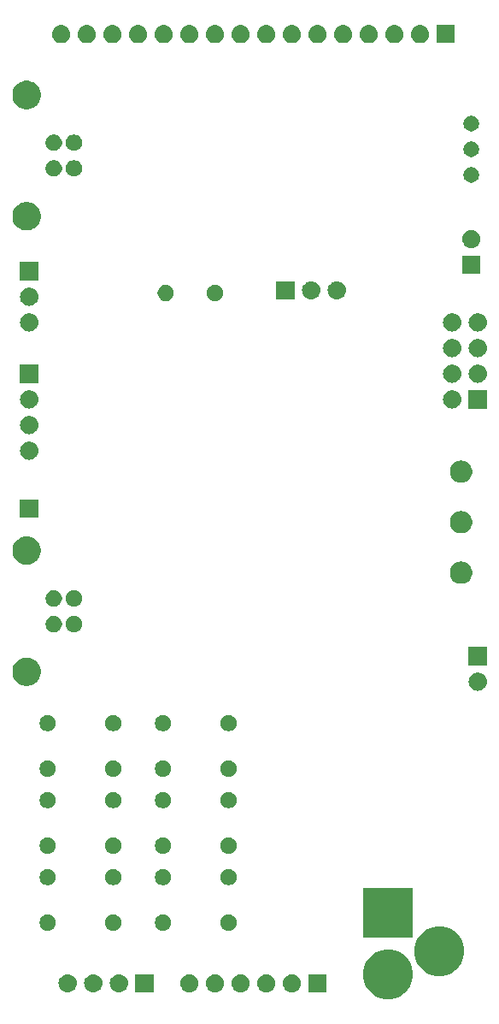
<source format=gbr>
G04 #@! TF.GenerationSoftware,KiCad,Pcbnew,(5.0.2)-1*
G04 #@! TF.CreationDate,2019-06-11T21:21:37-03:00*
G04 #@! TF.ProjectId,projeto(2),70726f6a-6574-46f2-9832-292e6b696361,rev?*
G04 #@! TF.SameCoordinates,Original*
G04 #@! TF.FileFunction,Soldermask,Bot*
G04 #@! TF.FilePolarity,Negative*
%FSLAX46Y46*%
G04 Gerber Fmt 4.6, Leading zero omitted, Abs format (unit mm)*
G04 Created by KiCad (PCBNEW (5.0.2)-1) date 11/06/2019 21:21:37*
%MOMM*%
%LPD*%
G01*
G04 APERTURE LIST*
%ADD10C,0.100000*%
G04 APERTURE END LIST*
D10*
G36*
X216614927Y-112328190D02*
X216614929Y-112328191D01*
X216614930Y-112328191D01*
X217060984Y-112512952D01*
X217460610Y-112779974D01*
X217462424Y-112781186D01*
X217803814Y-113122576D01*
X217803816Y-113122579D01*
X218072048Y-113524016D01*
X218251571Y-113957424D01*
X218256810Y-113970073D01*
X218351000Y-114443596D01*
X218351000Y-114926404D01*
X218258114Y-115393373D01*
X218256809Y-115399930D01*
X218072048Y-115845984D01*
X217828696Y-116210185D01*
X217803814Y-116247424D01*
X217462424Y-116588814D01*
X217462421Y-116588816D01*
X217060984Y-116857048D01*
X216614930Y-117041809D01*
X216614929Y-117041809D01*
X216614927Y-117041810D01*
X216141404Y-117136000D01*
X215658596Y-117136000D01*
X215185073Y-117041810D01*
X215185071Y-117041809D01*
X215185070Y-117041809D01*
X214739016Y-116857048D01*
X214337579Y-116588816D01*
X214337576Y-116588814D01*
X213996186Y-116247424D01*
X213971304Y-116210185D01*
X213727952Y-115845984D01*
X213543191Y-115399930D01*
X213541887Y-115393373D01*
X213449000Y-114926404D01*
X213449000Y-114443596D01*
X213543190Y-113970073D01*
X213548429Y-113957424D01*
X213727952Y-113524016D01*
X213996184Y-113122579D01*
X213996186Y-113122576D01*
X214337576Y-112781186D01*
X214339390Y-112779974D01*
X214739016Y-112512952D01*
X215185070Y-112328191D01*
X215185071Y-112328191D01*
X215185073Y-112328190D01*
X215658596Y-112234000D01*
X216141404Y-112234000D01*
X216614927Y-112328190D01*
X216614927Y-112328190D01*
G37*
G36*
X209816000Y-116471000D02*
X208014000Y-116471000D01*
X208014000Y-114669000D01*
X209816000Y-114669000D01*
X209816000Y-116471000D01*
X209816000Y-116471000D01*
G37*
G36*
X206485443Y-114675519D02*
X206551627Y-114682037D01*
X206664853Y-114716384D01*
X206721467Y-114733557D01*
X206755615Y-114751810D01*
X206877991Y-114817222D01*
X206913057Y-114846000D01*
X207015186Y-114929814D01*
X207098448Y-115031271D01*
X207127778Y-115067009D01*
X207127779Y-115067011D01*
X207211443Y-115223533D01*
X207211443Y-115223534D01*
X207262963Y-115393373D01*
X207280359Y-115570000D01*
X207262963Y-115746627D01*
X207232823Y-115845984D01*
X207211443Y-115916467D01*
X207137348Y-116055087D01*
X207127778Y-116072991D01*
X207098448Y-116108729D01*
X207015186Y-116210186D01*
X206913729Y-116293448D01*
X206877991Y-116322778D01*
X206877989Y-116322779D01*
X206721467Y-116406443D01*
X206664853Y-116423616D01*
X206551627Y-116457963D01*
X206485442Y-116464482D01*
X206419260Y-116471000D01*
X206330740Y-116471000D01*
X206264558Y-116464482D01*
X206198373Y-116457963D01*
X206085147Y-116423616D01*
X206028533Y-116406443D01*
X205872011Y-116322779D01*
X205872009Y-116322778D01*
X205836271Y-116293448D01*
X205734814Y-116210186D01*
X205651552Y-116108729D01*
X205622222Y-116072991D01*
X205612652Y-116055087D01*
X205538557Y-115916467D01*
X205517177Y-115845984D01*
X205487037Y-115746627D01*
X205469641Y-115570000D01*
X205487037Y-115393373D01*
X205538557Y-115223534D01*
X205538557Y-115223533D01*
X205622221Y-115067011D01*
X205622222Y-115067009D01*
X205651552Y-115031271D01*
X205734814Y-114929814D01*
X205836943Y-114846000D01*
X205872009Y-114817222D01*
X205994385Y-114751810D01*
X206028533Y-114733557D01*
X206085147Y-114716384D01*
X206198373Y-114682037D01*
X206264557Y-114675519D01*
X206330740Y-114669000D01*
X206419260Y-114669000D01*
X206485443Y-114675519D01*
X206485443Y-114675519D01*
G37*
G36*
X203945443Y-114675519D02*
X204011627Y-114682037D01*
X204124853Y-114716384D01*
X204181467Y-114733557D01*
X204215615Y-114751810D01*
X204337991Y-114817222D01*
X204373057Y-114846000D01*
X204475186Y-114929814D01*
X204558448Y-115031271D01*
X204587778Y-115067009D01*
X204587779Y-115067011D01*
X204671443Y-115223533D01*
X204671443Y-115223534D01*
X204722963Y-115393373D01*
X204740359Y-115570000D01*
X204722963Y-115746627D01*
X204692823Y-115845984D01*
X204671443Y-115916467D01*
X204597348Y-116055087D01*
X204587778Y-116072991D01*
X204558448Y-116108729D01*
X204475186Y-116210186D01*
X204373729Y-116293448D01*
X204337991Y-116322778D01*
X204337989Y-116322779D01*
X204181467Y-116406443D01*
X204124853Y-116423616D01*
X204011627Y-116457963D01*
X203945442Y-116464482D01*
X203879260Y-116471000D01*
X203790740Y-116471000D01*
X203724558Y-116464482D01*
X203658373Y-116457963D01*
X203545147Y-116423616D01*
X203488533Y-116406443D01*
X203332011Y-116322779D01*
X203332009Y-116322778D01*
X203296271Y-116293448D01*
X203194814Y-116210186D01*
X203111552Y-116108729D01*
X203082222Y-116072991D01*
X203072652Y-116055087D01*
X202998557Y-115916467D01*
X202977177Y-115845984D01*
X202947037Y-115746627D01*
X202929641Y-115570000D01*
X202947037Y-115393373D01*
X202998557Y-115223534D01*
X202998557Y-115223533D01*
X203082221Y-115067011D01*
X203082222Y-115067009D01*
X203111552Y-115031271D01*
X203194814Y-114929814D01*
X203296943Y-114846000D01*
X203332009Y-114817222D01*
X203454385Y-114751810D01*
X203488533Y-114733557D01*
X203545147Y-114716384D01*
X203658373Y-114682037D01*
X203724557Y-114675519D01*
X203790740Y-114669000D01*
X203879260Y-114669000D01*
X203945443Y-114675519D01*
X203945443Y-114675519D01*
G37*
G36*
X201405443Y-114675519D02*
X201471627Y-114682037D01*
X201584853Y-114716384D01*
X201641467Y-114733557D01*
X201675615Y-114751810D01*
X201797991Y-114817222D01*
X201833057Y-114846000D01*
X201935186Y-114929814D01*
X202018448Y-115031271D01*
X202047778Y-115067009D01*
X202047779Y-115067011D01*
X202131443Y-115223533D01*
X202131443Y-115223534D01*
X202182963Y-115393373D01*
X202200359Y-115570000D01*
X202182963Y-115746627D01*
X202152823Y-115845984D01*
X202131443Y-115916467D01*
X202057348Y-116055087D01*
X202047778Y-116072991D01*
X202018448Y-116108729D01*
X201935186Y-116210186D01*
X201833729Y-116293448D01*
X201797991Y-116322778D01*
X201797989Y-116322779D01*
X201641467Y-116406443D01*
X201584853Y-116423616D01*
X201471627Y-116457963D01*
X201405442Y-116464482D01*
X201339260Y-116471000D01*
X201250740Y-116471000D01*
X201184558Y-116464482D01*
X201118373Y-116457963D01*
X201005147Y-116423616D01*
X200948533Y-116406443D01*
X200792011Y-116322779D01*
X200792009Y-116322778D01*
X200756271Y-116293448D01*
X200654814Y-116210186D01*
X200571552Y-116108729D01*
X200542222Y-116072991D01*
X200532652Y-116055087D01*
X200458557Y-115916467D01*
X200437177Y-115845984D01*
X200407037Y-115746627D01*
X200389641Y-115570000D01*
X200407037Y-115393373D01*
X200458557Y-115223534D01*
X200458557Y-115223533D01*
X200542221Y-115067011D01*
X200542222Y-115067009D01*
X200571552Y-115031271D01*
X200654814Y-114929814D01*
X200756943Y-114846000D01*
X200792009Y-114817222D01*
X200914385Y-114751810D01*
X200948533Y-114733557D01*
X201005147Y-114716384D01*
X201118373Y-114682037D01*
X201184557Y-114675519D01*
X201250740Y-114669000D01*
X201339260Y-114669000D01*
X201405443Y-114675519D01*
X201405443Y-114675519D01*
G37*
G36*
X198865443Y-114675519D02*
X198931627Y-114682037D01*
X199044853Y-114716384D01*
X199101467Y-114733557D01*
X199135615Y-114751810D01*
X199257991Y-114817222D01*
X199293057Y-114846000D01*
X199395186Y-114929814D01*
X199478448Y-115031271D01*
X199507778Y-115067009D01*
X199507779Y-115067011D01*
X199591443Y-115223533D01*
X199591443Y-115223534D01*
X199642963Y-115393373D01*
X199660359Y-115570000D01*
X199642963Y-115746627D01*
X199612823Y-115845984D01*
X199591443Y-115916467D01*
X199517348Y-116055087D01*
X199507778Y-116072991D01*
X199478448Y-116108729D01*
X199395186Y-116210186D01*
X199293729Y-116293448D01*
X199257991Y-116322778D01*
X199257989Y-116322779D01*
X199101467Y-116406443D01*
X199044853Y-116423616D01*
X198931627Y-116457963D01*
X198865442Y-116464482D01*
X198799260Y-116471000D01*
X198710740Y-116471000D01*
X198644558Y-116464482D01*
X198578373Y-116457963D01*
X198465147Y-116423616D01*
X198408533Y-116406443D01*
X198252011Y-116322779D01*
X198252009Y-116322778D01*
X198216271Y-116293448D01*
X198114814Y-116210186D01*
X198031552Y-116108729D01*
X198002222Y-116072991D01*
X197992652Y-116055087D01*
X197918557Y-115916467D01*
X197897177Y-115845984D01*
X197867037Y-115746627D01*
X197849641Y-115570000D01*
X197867037Y-115393373D01*
X197918557Y-115223534D01*
X197918557Y-115223533D01*
X198002221Y-115067011D01*
X198002222Y-115067009D01*
X198031552Y-115031271D01*
X198114814Y-114929814D01*
X198216943Y-114846000D01*
X198252009Y-114817222D01*
X198374385Y-114751810D01*
X198408533Y-114733557D01*
X198465147Y-114716384D01*
X198578373Y-114682037D01*
X198644557Y-114675519D01*
X198710740Y-114669000D01*
X198799260Y-114669000D01*
X198865443Y-114675519D01*
X198865443Y-114675519D01*
G37*
G36*
X192671000Y-116471000D02*
X190869000Y-116471000D01*
X190869000Y-114669000D01*
X192671000Y-114669000D01*
X192671000Y-116471000D01*
X192671000Y-116471000D01*
G37*
G36*
X196325443Y-114675519D02*
X196391627Y-114682037D01*
X196504853Y-114716384D01*
X196561467Y-114733557D01*
X196595615Y-114751810D01*
X196717991Y-114817222D01*
X196753057Y-114846000D01*
X196855186Y-114929814D01*
X196938448Y-115031271D01*
X196967778Y-115067009D01*
X196967779Y-115067011D01*
X197051443Y-115223533D01*
X197051443Y-115223534D01*
X197102963Y-115393373D01*
X197120359Y-115570000D01*
X197102963Y-115746627D01*
X197072823Y-115845984D01*
X197051443Y-115916467D01*
X196977348Y-116055087D01*
X196967778Y-116072991D01*
X196938448Y-116108729D01*
X196855186Y-116210186D01*
X196753729Y-116293448D01*
X196717991Y-116322778D01*
X196717989Y-116322779D01*
X196561467Y-116406443D01*
X196504853Y-116423616D01*
X196391627Y-116457963D01*
X196325442Y-116464482D01*
X196259260Y-116471000D01*
X196170740Y-116471000D01*
X196104558Y-116464482D01*
X196038373Y-116457963D01*
X195925147Y-116423616D01*
X195868533Y-116406443D01*
X195712011Y-116322779D01*
X195712009Y-116322778D01*
X195676271Y-116293448D01*
X195574814Y-116210186D01*
X195491552Y-116108729D01*
X195462222Y-116072991D01*
X195452652Y-116055087D01*
X195378557Y-115916467D01*
X195357177Y-115845984D01*
X195327037Y-115746627D01*
X195309641Y-115570000D01*
X195327037Y-115393373D01*
X195378557Y-115223534D01*
X195378557Y-115223533D01*
X195462221Y-115067011D01*
X195462222Y-115067009D01*
X195491552Y-115031271D01*
X195574814Y-114929814D01*
X195676943Y-114846000D01*
X195712009Y-114817222D01*
X195834385Y-114751810D01*
X195868533Y-114733557D01*
X195925147Y-114716384D01*
X196038373Y-114682037D01*
X196104557Y-114675519D01*
X196170740Y-114669000D01*
X196259260Y-114669000D01*
X196325443Y-114675519D01*
X196325443Y-114675519D01*
G37*
G36*
X184260443Y-114675519D02*
X184326627Y-114682037D01*
X184439853Y-114716384D01*
X184496467Y-114733557D01*
X184530615Y-114751810D01*
X184652991Y-114817222D01*
X184688057Y-114846000D01*
X184790186Y-114929814D01*
X184873448Y-115031271D01*
X184902778Y-115067009D01*
X184902779Y-115067011D01*
X184986443Y-115223533D01*
X184986443Y-115223534D01*
X185037963Y-115393373D01*
X185055359Y-115570000D01*
X185037963Y-115746627D01*
X185007823Y-115845984D01*
X184986443Y-115916467D01*
X184912348Y-116055087D01*
X184902778Y-116072991D01*
X184873448Y-116108729D01*
X184790186Y-116210186D01*
X184688729Y-116293448D01*
X184652991Y-116322778D01*
X184652989Y-116322779D01*
X184496467Y-116406443D01*
X184439853Y-116423616D01*
X184326627Y-116457963D01*
X184260442Y-116464482D01*
X184194260Y-116471000D01*
X184105740Y-116471000D01*
X184039558Y-116464482D01*
X183973373Y-116457963D01*
X183860147Y-116423616D01*
X183803533Y-116406443D01*
X183647011Y-116322779D01*
X183647009Y-116322778D01*
X183611271Y-116293448D01*
X183509814Y-116210186D01*
X183426552Y-116108729D01*
X183397222Y-116072991D01*
X183387652Y-116055087D01*
X183313557Y-115916467D01*
X183292177Y-115845984D01*
X183262037Y-115746627D01*
X183244641Y-115570000D01*
X183262037Y-115393373D01*
X183313557Y-115223534D01*
X183313557Y-115223533D01*
X183397221Y-115067011D01*
X183397222Y-115067009D01*
X183426552Y-115031271D01*
X183509814Y-114929814D01*
X183611943Y-114846000D01*
X183647009Y-114817222D01*
X183769385Y-114751810D01*
X183803533Y-114733557D01*
X183860147Y-114716384D01*
X183973373Y-114682037D01*
X184039557Y-114675519D01*
X184105740Y-114669000D01*
X184194260Y-114669000D01*
X184260443Y-114675519D01*
X184260443Y-114675519D01*
G37*
G36*
X189340443Y-114675519D02*
X189406627Y-114682037D01*
X189519853Y-114716384D01*
X189576467Y-114733557D01*
X189610615Y-114751810D01*
X189732991Y-114817222D01*
X189768057Y-114846000D01*
X189870186Y-114929814D01*
X189953448Y-115031271D01*
X189982778Y-115067009D01*
X189982779Y-115067011D01*
X190066443Y-115223533D01*
X190066443Y-115223534D01*
X190117963Y-115393373D01*
X190135359Y-115570000D01*
X190117963Y-115746627D01*
X190087823Y-115845984D01*
X190066443Y-115916467D01*
X189992348Y-116055087D01*
X189982778Y-116072991D01*
X189953448Y-116108729D01*
X189870186Y-116210186D01*
X189768729Y-116293448D01*
X189732991Y-116322778D01*
X189732989Y-116322779D01*
X189576467Y-116406443D01*
X189519853Y-116423616D01*
X189406627Y-116457963D01*
X189340442Y-116464482D01*
X189274260Y-116471000D01*
X189185740Y-116471000D01*
X189119558Y-116464482D01*
X189053373Y-116457963D01*
X188940147Y-116423616D01*
X188883533Y-116406443D01*
X188727011Y-116322779D01*
X188727009Y-116322778D01*
X188691271Y-116293448D01*
X188589814Y-116210186D01*
X188506552Y-116108729D01*
X188477222Y-116072991D01*
X188467652Y-116055087D01*
X188393557Y-115916467D01*
X188372177Y-115845984D01*
X188342037Y-115746627D01*
X188324641Y-115570000D01*
X188342037Y-115393373D01*
X188393557Y-115223534D01*
X188393557Y-115223533D01*
X188477221Y-115067011D01*
X188477222Y-115067009D01*
X188506552Y-115031271D01*
X188589814Y-114929814D01*
X188691943Y-114846000D01*
X188727009Y-114817222D01*
X188849385Y-114751810D01*
X188883533Y-114733557D01*
X188940147Y-114716384D01*
X189053373Y-114682037D01*
X189119557Y-114675519D01*
X189185740Y-114669000D01*
X189274260Y-114669000D01*
X189340443Y-114675519D01*
X189340443Y-114675519D01*
G37*
G36*
X186800443Y-114675519D02*
X186866627Y-114682037D01*
X186979853Y-114716384D01*
X187036467Y-114733557D01*
X187070615Y-114751810D01*
X187192991Y-114817222D01*
X187228057Y-114846000D01*
X187330186Y-114929814D01*
X187413448Y-115031271D01*
X187442778Y-115067009D01*
X187442779Y-115067011D01*
X187526443Y-115223533D01*
X187526443Y-115223534D01*
X187577963Y-115393373D01*
X187595359Y-115570000D01*
X187577963Y-115746627D01*
X187547823Y-115845984D01*
X187526443Y-115916467D01*
X187452348Y-116055087D01*
X187442778Y-116072991D01*
X187413448Y-116108729D01*
X187330186Y-116210186D01*
X187228729Y-116293448D01*
X187192991Y-116322778D01*
X187192989Y-116322779D01*
X187036467Y-116406443D01*
X186979853Y-116423616D01*
X186866627Y-116457963D01*
X186800442Y-116464482D01*
X186734260Y-116471000D01*
X186645740Y-116471000D01*
X186579558Y-116464482D01*
X186513373Y-116457963D01*
X186400147Y-116423616D01*
X186343533Y-116406443D01*
X186187011Y-116322779D01*
X186187009Y-116322778D01*
X186151271Y-116293448D01*
X186049814Y-116210186D01*
X185966552Y-116108729D01*
X185937222Y-116072991D01*
X185927652Y-116055087D01*
X185853557Y-115916467D01*
X185832177Y-115845984D01*
X185802037Y-115746627D01*
X185784641Y-115570000D01*
X185802037Y-115393373D01*
X185853557Y-115223534D01*
X185853557Y-115223533D01*
X185937221Y-115067011D01*
X185937222Y-115067009D01*
X185966552Y-115031271D01*
X186049814Y-114929814D01*
X186151943Y-114846000D01*
X186187009Y-114817222D01*
X186309385Y-114751810D01*
X186343533Y-114733557D01*
X186400147Y-114716384D01*
X186513373Y-114682037D01*
X186579557Y-114675519D01*
X186645740Y-114669000D01*
X186734260Y-114669000D01*
X186800443Y-114675519D01*
X186800443Y-114675519D01*
G37*
G36*
X221694927Y-110038190D02*
X221694929Y-110038191D01*
X221694930Y-110038191D01*
X222140984Y-110222952D01*
X222540610Y-110489974D01*
X222542424Y-110491186D01*
X222883814Y-110832576D01*
X222883816Y-110832579D01*
X223152048Y-111234016D01*
X223336809Y-111680070D01*
X223431000Y-112153598D01*
X223431000Y-112636402D01*
X223336809Y-113109930D01*
X223152048Y-113555984D01*
X222885026Y-113955610D01*
X222883814Y-113957424D01*
X222542424Y-114298814D01*
X222542421Y-114298816D01*
X222140984Y-114567048D01*
X221694930Y-114751809D01*
X221694929Y-114751809D01*
X221694927Y-114751810D01*
X221221404Y-114846000D01*
X220738596Y-114846000D01*
X220265073Y-114751810D01*
X220265071Y-114751809D01*
X220265070Y-114751809D01*
X219819016Y-114567048D01*
X219417579Y-114298816D01*
X219417576Y-114298814D01*
X219076186Y-113957424D01*
X219074974Y-113955610D01*
X218807952Y-113555984D01*
X218623191Y-113109930D01*
X218529000Y-112636402D01*
X218529000Y-112153598D01*
X218623191Y-111680070D01*
X218807952Y-111234016D01*
X219076184Y-110832579D01*
X219076186Y-110832576D01*
X219417576Y-110491186D01*
X219419390Y-110489974D01*
X219819016Y-110222952D01*
X220265070Y-110038191D01*
X220265071Y-110038191D01*
X220265073Y-110038190D01*
X220738596Y-109944000D01*
X221221404Y-109944000D01*
X221694927Y-110038190D01*
X221694927Y-110038190D01*
G37*
G36*
X218351000Y-111036000D02*
X213449000Y-111036000D01*
X213449000Y-106134000D01*
X218351000Y-106134000D01*
X218351000Y-111036000D01*
X218351000Y-111036000D01*
G37*
G36*
X193833643Y-108794781D02*
X193979415Y-108855162D01*
X194110611Y-108942824D01*
X194222176Y-109054389D01*
X194309838Y-109185585D01*
X194370219Y-109331357D01*
X194401000Y-109486107D01*
X194401000Y-109643893D01*
X194370219Y-109798643D01*
X194309838Y-109944415D01*
X194222176Y-110075611D01*
X194110611Y-110187176D01*
X193979415Y-110274838D01*
X193833643Y-110335219D01*
X193678893Y-110366000D01*
X193521107Y-110366000D01*
X193366357Y-110335219D01*
X193220585Y-110274838D01*
X193089389Y-110187176D01*
X192977824Y-110075611D01*
X192890162Y-109944415D01*
X192829781Y-109798643D01*
X192799000Y-109643893D01*
X192799000Y-109486107D01*
X192829781Y-109331357D01*
X192890162Y-109185585D01*
X192977824Y-109054389D01*
X193089389Y-108942824D01*
X193220585Y-108855162D01*
X193366357Y-108794781D01*
X193521107Y-108764000D01*
X193678893Y-108764000D01*
X193833643Y-108794781D01*
X193833643Y-108794781D01*
G37*
G36*
X200333643Y-108794781D02*
X200479415Y-108855162D01*
X200610611Y-108942824D01*
X200722176Y-109054389D01*
X200809838Y-109185585D01*
X200870219Y-109331357D01*
X200901000Y-109486107D01*
X200901000Y-109643893D01*
X200870219Y-109798643D01*
X200809838Y-109944415D01*
X200722176Y-110075611D01*
X200610611Y-110187176D01*
X200479415Y-110274838D01*
X200333643Y-110335219D01*
X200178893Y-110366000D01*
X200021107Y-110366000D01*
X199866357Y-110335219D01*
X199720585Y-110274838D01*
X199589389Y-110187176D01*
X199477824Y-110075611D01*
X199390162Y-109944415D01*
X199329781Y-109798643D01*
X199299000Y-109643893D01*
X199299000Y-109486107D01*
X199329781Y-109331357D01*
X199390162Y-109185585D01*
X199477824Y-109054389D01*
X199589389Y-108942824D01*
X199720585Y-108855162D01*
X199866357Y-108794781D01*
X200021107Y-108764000D01*
X200178893Y-108764000D01*
X200333643Y-108794781D01*
X200333643Y-108794781D01*
G37*
G36*
X188903643Y-108794781D02*
X189049415Y-108855162D01*
X189180611Y-108942824D01*
X189292176Y-109054389D01*
X189379838Y-109185585D01*
X189440219Y-109331357D01*
X189471000Y-109486107D01*
X189471000Y-109643893D01*
X189440219Y-109798643D01*
X189379838Y-109944415D01*
X189292176Y-110075611D01*
X189180611Y-110187176D01*
X189049415Y-110274838D01*
X188903643Y-110335219D01*
X188748893Y-110366000D01*
X188591107Y-110366000D01*
X188436357Y-110335219D01*
X188290585Y-110274838D01*
X188159389Y-110187176D01*
X188047824Y-110075611D01*
X187960162Y-109944415D01*
X187899781Y-109798643D01*
X187869000Y-109643893D01*
X187869000Y-109486107D01*
X187899781Y-109331357D01*
X187960162Y-109185585D01*
X188047824Y-109054389D01*
X188159389Y-108942824D01*
X188290585Y-108855162D01*
X188436357Y-108794781D01*
X188591107Y-108764000D01*
X188748893Y-108764000D01*
X188903643Y-108794781D01*
X188903643Y-108794781D01*
G37*
G36*
X182403643Y-108794781D02*
X182549415Y-108855162D01*
X182680611Y-108942824D01*
X182792176Y-109054389D01*
X182879838Y-109185585D01*
X182940219Y-109331357D01*
X182971000Y-109486107D01*
X182971000Y-109643893D01*
X182940219Y-109798643D01*
X182879838Y-109944415D01*
X182792176Y-110075611D01*
X182680611Y-110187176D01*
X182549415Y-110274838D01*
X182403643Y-110335219D01*
X182248893Y-110366000D01*
X182091107Y-110366000D01*
X181936357Y-110335219D01*
X181790585Y-110274838D01*
X181659389Y-110187176D01*
X181547824Y-110075611D01*
X181460162Y-109944415D01*
X181399781Y-109798643D01*
X181369000Y-109643893D01*
X181369000Y-109486107D01*
X181399781Y-109331357D01*
X181460162Y-109185585D01*
X181547824Y-109054389D01*
X181659389Y-108942824D01*
X181790585Y-108855162D01*
X181936357Y-108794781D01*
X182091107Y-108764000D01*
X182248893Y-108764000D01*
X182403643Y-108794781D01*
X182403643Y-108794781D01*
G37*
G36*
X182403643Y-104294781D02*
X182549415Y-104355162D01*
X182680611Y-104442824D01*
X182792176Y-104554389D01*
X182879838Y-104685585D01*
X182940219Y-104831357D01*
X182971000Y-104986107D01*
X182971000Y-105143893D01*
X182940219Y-105298643D01*
X182879838Y-105444415D01*
X182792176Y-105575611D01*
X182680611Y-105687176D01*
X182549415Y-105774838D01*
X182403643Y-105835219D01*
X182248893Y-105866000D01*
X182091107Y-105866000D01*
X181936357Y-105835219D01*
X181790585Y-105774838D01*
X181659389Y-105687176D01*
X181547824Y-105575611D01*
X181460162Y-105444415D01*
X181399781Y-105298643D01*
X181369000Y-105143893D01*
X181369000Y-104986107D01*
X181399781Y-104831357D01*
X181460162Y-104685585D01*
X181547824Y-104554389D01*
X181659389Y-104442824D01*
X181790585Y-104355162D01*
X181936357Y-104294781D01*
X182091107Y-104264000D01*
X182248893Y-104264000D01*
X182403643Y-104294781D01*
X182403643Y-104294781D01*
G37*
G36*
X188903643Y-104294781D02*
X189049415Y-104355162D01*
X189180611Y-104442824D01*
X189292176Y-104554389D01*
X189379838Y-104685585D01*
X189440219Y-104831357D01*
X189471000Y-104986107D01*
X189471000Y-105143893D01*
X189440219Y-105298643D01*
X189379838Y-105444415D01*
X189292176Y-105575611D01*
X189180611Y-105687176D01*
X189049415Y-105774838D01*
X188903643Y-105835219D01*
X188748893Y-105866000D01*
X188591107Y-105866000D01*
X188436357Y-105835219D01*
X188290585Y-105774838D01*
X188159389Y-105687176D01*
X188047824Y-105575611D01*
X187960162Y-105444415D01*
X187899781Y-105298643D01*
X187869000Y-105143893D01*
X187869000Y-104986107D01*
X187899781Y-104831357D01*
X187960162Y-104685585D01*
X188047824Y-104554389D01*
X188159389Y-104442824D01*
X188290585Y-104355162D01*
X188436357Y-104294781D01*
X188591107Y-104264000D01*
X188748893Y-104264000D01*
X188903643Y-104294781D01*
X188903643Y-104294781D01*
G37*
G36*
X200333643Y-104294781D02*
X200479415Y-104355162D01*
X200610611Y-104442824D01*
X200722176Y-104554389D01*
X200809838Y-104685585D01*
X200870219Y-104831357D01*
X200901000Y-104986107D01*
X200901000Y-105143893D01*
X200870219Y-105298643D01*
X200809838Y-105444415D01*
X200722176Y-105575611D01*
X200610611Y-105687176D01*
X200479415Y-105774838D01*
X200333643Y-105835219D01*
X200178893Y-105866000D01*
X200021107Y-105866000D01*
X199866357Y-105835219D01*
X199720585Y-105774838D01*
X199589389Y-105687176D01*
X199477824Y-105575611D01*
X199390162Y-105444415D01*
X199329781Y-105298643D01*
X199299000Y-105143893D01*
X199299000Y-104986107D01*
X199329781Y-104831357D01*
X199390162Y-104685585D01*
X199477824Y-104554389D01*
X199589389Y-104442824D01*
X199720585Y-104355162D01*
X199866357Y-104294781D01*
X200021107Y-104264000D01*
X200178893Y-104264000D01*
X200333643Y-104294781D01*
X200333643Y-104294781D01*
G37*
G36*
X193833643Y-104294781D02*
X193979415Y-104355162D01*
X194110611Y-104442824D01*
X194222176Y-104554389D01*
X194309838Y-104685585D01*
X194370219Y-104831357D01*
X194401000Y-104986107D01*
X194401000Y-105143893D01*
X194370219Y-105298643D01*
X194309838Y-105444415D01*
X194222176Y-105575611D01*
X194110611Y-105687176D01*
X193979415Y-105774838D01*
X193833643Y-105835219D01*
X193678893Y-105866000D01*
X193521107Y-105866000D01*
X193366357Y-105835219D01*
X193220585Y-105774838D01*
X193089389Y-105687176D01*
X192977824Y-105575611D01*
X192890162Y-105444415D01*
X192829781Y-105298643D01*
X192799000Y-105143893D01*
X192799000Y-104986107D01*
X192829781Y-104831357D01*
X192890162Y-104685585D01*
X192977824Y-104554389D01*
X193089389Y-104442824D01*
X193220585Y-104355162D01*
X193366357Y-104294781D01*
X193521107Y-104264000D01*
X193678893Y-104264000D01*
X193833643Y-104294781D01*
X193833643Y-104294781D01*
G37*
G36*
X182403643Y-101174781D02*
X182549415Y-101235162D01*
X182680611Y-101322824D01*
X182792176Y-101434389D01*
X182879838Y-101565585D01*
X182940219Y-101711357D01*
X182971000Y-101866107D01*
X182971000Y-102023893D01*
X182940219Y-102178643D01*
X182879838Y-102324415D01*
X182792176Y-102455611D01*
X182680611Y-102567176D01*
X182549415Y-102654838D01*
X182403643Y-102715219D01*
X182248893Y-102746000D01*
X182091107Y-102746000D01*
X181936357Y-102715219D01*
X181790585Y-102654838D01*
X181659389Y-102567176D01*
X181547824Y-102455611D01*
X181460162Y-102324415D01*
X181399781Y-102178643D01*
X181369000Y-102023893D01*
X181369000Y-101866107D01*
X181399781Y-101711357D01*
X181460162Y-101565585D01*
X181547824Y-101434389D01*
X181659389Y-101322824D01*
X181790585Y-101235162D01*
X181936357Y-101174781D01*
X182091107Y-101144000D01*
X182248893Y-101144000D01*
X182403643Y-101174781D01*
X182403643Y-101174781D01*
G37*
G36*
X188903643Y-101174781D02*
X189049415Y-101235162D01*
X189180611Y-101322824D01*
X189292176Y-101434389D01*
X189379838Y-101565585D01*
X189440219Y-101711357D01*
X189471000Y-101866107D01*
X189471000Y-102023893D01*
X189440219Y-102178643D01*
X189379838Y-102324415D01*
X189292176Y-102455611D01*
X189180611Y-102567176D01*
X189049415Y-102654838D01*
X188903643Y-102715219D01*
X188748893Y-102746000D01*
X188591107Y-102746000D01*
X188436357Y-102715219D01*
X188290585Y-102654838D01*
X188159389Y-102567176D01*
X188047824Y-102455611D01*
X187960162Y-102324415D01*
X187899781Y-102178643D01*
X187869000Y-102023893D01*
X187869000Y-101866107D01*
X187899781Y-101711357D01*
X187960162Y-101565585D01*
X188047824Y-101434389D01*
X188159389Y-101322824D01*
X188290585Y-101235162D01*
X188436357Y-101174781D01*
X188591107Y-101144000D01*
X188748893Y-101144000D01*
X188903643Y-101174781D01*
X188903643Y-101174781D01*
G37*
G36*
X193833643Y-101174781D02*
X193979415Y-101235162D01*
X194110611Y-101322824D01*
X194222176Y-101434389D01*
X194309838Y-101565585D01*
X194370219Y-101711357D01*
X194401000Y-101866107D01*
X194401000Y-102023893D01*
X194370219Y-102178643D01*
X194309838Y-102324415D01*
X194222176Y-102455611D01*
X194110611Y-102567176D01*
X193979415Y-102654838D01*
X193833643Y-102715219D01*
X193678893Y-102746000D01*
X193521107Y-102746000D01*
X193366357Y-102715219D01*
X193220585Y-102654838D01*
X193089389Y-102567176D01*
X192977824Y-102455611D01*
X192890162Y-102324415D01*
X192829781Y-102178643D01*
X192799000Y-102023893D01*
X192799000Y-101866107D01*
X192829781Y-101711357D01*
X192890162Y-101565585D01*
X192977824Y-101434389D01*
X193089389Y-101322824D01*
X193220585Y-101235162D01*
X193366357Y-101174781D01*
X193521107Y-101144000D01*
X193678893Y-101144000D01*
X193833643Y-101174781D01*
X193833643Y-101174781D01*
G37*
G36*
X200333643Y-101174781D02*
X200479415Y-101235162D01*
X200610611Y-101322824D01*
X200722176Y-101434389D01*
X200809838Y-101565585D01*
X200870219Y-101711357D01*
X200901000Y-101866107D01*
X200901000Y-102023893D01*
X200870219Y-102178643D01*
X200809838Y-102324415D01*
X200722176Y-102455611D01*
X200610611Y-102567176D01*
X200479415Y-102654838D01*
X200333643Y-102715219D01*
X200178893Y-102746000D01*
X200021107Y-102746000D01*
X199866357Y-102715219D01*
X199720585Y-102654838D01*
X199589389Y-102567176D01*
X199477824Y-102455611D01*
X199390162Y-102324415D01*
X199329781Y-102178643D01*
X199299000Y-102023893D01*
X199299000Y-101866107D01*
X199329781Y-101711357D01*
X199390162Y-101565585D01*
X199477824Y-101434389D01*
X199589389Y-101322824D01*
X199720585Y-101235162D01*
X199866357Y-101174781D01*
X200021107Y-101144000D01*
X200178893Y-101144000D01*
X200333643Y-101174781D01*
X200333643Y-101174781D01*
G37*
G36*
X200333643Y-96674781D02*
X200479415Y-96735162D01*
X200610611Y-96822824D01*
X200722176Y-96934389D01*
X200809838Y-97065585D01*
X200870219Y-97211357D01*
X200901000Y-97366107D01*
X200901000Y-97523893D01*
X200870219Y-97678643D01*
X200809838Y-97824415D01*
X200722176Y-97955611D01*
X200610611Y-98067176D01*
X200479415Y-98154838D01*
X200333643Y-98215219D01*
X200178893Y-98246000D01*
X200021107Y-98246000D01*
X199866357Y-98215219D01*
X199720585Y-98154838D01*
X199589389Y-98067176D01*
X199477824Y-97955611D01*
X199390162Y-97824415D01*
X199329781Y-97678643D01*
X199299000Y-97523893D01*
X199299000Y-97366107D01*
X199329781Y-97211357D01*
X199390162Y-97065585D01*
X199477824Y-96934389D01*
X199589389Y-96822824D01*
X199720585Y-96735162D01*
X199866357Y-96674781D01*
X200021107Y-96644000D01*
X200178893Y-96644000D01*
X200333643Y-96674781D01*
X200333643Y-96674781D01*
G37*
G36*
X193833643Y-96674781D02*
X193979415Y-96735162D01*
X194110611Y-96822824D01*
X194222176Y-96934389D01*
X194309838Y-97065585D01*
X194370219Y-97211357D01*
X194401000Y-97366107D01*
X194401000Y-97523893D01*
X194370219Y-97678643D01*
X194309838Y-97824415D01*
X194222176Y-97955611D01*
X194110611Y-98067176D01*
X193979415Y-98154838D01*
X193833643Y-98215219D01*
X193678893Y-98246000D01*
X193521107Y-98246000D01*
X193366357Y-98215219D01*
X193220585Y-98154838D01*
X193089389Y-98067176D01*
X192977824Y-97955611D01*
X192890162Y-97824415D01*
X192829781Y-97678643D01*
X192799000Y-97523893D01*
X192799000Y-97366107D01*
X192829781Y-97211357D01*
X192890162Y-97065585D01*
X192977824Y-96934389D01*
X193089389Y-96822824D01*
X193220585Y-96735162D01*
X193366357Y-96674781D01*
X193521107Y-96644000D01*
X193678893Y-96644000D01*
X193833643Y-96674781D01*
X193833643Y-96674781D01*
G37*
G36*
X182403643Y-96674781D02*
X182549415Y-96735162D01*
X182680611Y-96822824D01*
X182792176Y-96934389D01*
X182879838Y-97065585D01*
X182940219Y-97211357D01*
X182971000Y-97366107D01*
X182971000Y-97523893D01*
X182940219Y-97678643D01*
X182879838Y-97824415D01*
X182792176Y-97955611D01*
X182680611Y-98067176D01*
X182549415Y-98154838D01*
X182403643Y-98215219D01*
X182248893Y-98246000D01*
X182091107Y-98246000D01*
X181936357Y-98215219D01*
X181790585Y-98154838D01*
X181659389Y-98067176D01*
X181547824Y-97955611D01*
X181460162Y-97824415D01*
X181399781Y-97678643D01*
X181369000Y-97523893D01*
X181369000Y-97366107D01*
X181399781Y-97211357D01*
X181460162Y-97065585D01*
X181547824Y-96934389D01*
X181659389Y-96822824D01*
X181790585Y-96735162D01*
X181936357Y-96674781D01*
X182091107Y-96644000D01*
X182248893Y-96644000D01*
X182403643Y-96674781D01*
X182403643Y-96674781D01*
G37*
G36*
X188903643Y-96674781D02*
X189049415Y-96735162D01*
X189180611Y-96822824D01*
X189292176Y-96934389D01*
X189379838Y-97065585D01*
X189440219Y-97211357D01*
X189471000Y-97366107D01*
X189471000Y-97523893D01*
X189440219Y-97678643D01*
X189379838Y-97824415D01*
X189292176Y-97955611D01*
X189180611Y-98067176D01*
X189049415Y-98154838D01*
X188903643Y-98215219D01*
X188748893Y-98246000D01*
X188591107Y-98246000D01*
X188436357Y-98215219D01*
X188290585Y-98154838D01*
X188159389Y-98067176D01*
X188047824Y-97955611D01*
X187960162Y-97824415D01*
X187899781Y-97678643D01*
X187869000Y-97523893D01*
X187869000Y-97366107D01*
X187899781Y-97211357D01*
X187960162Y-97065585D01*
X188047824Y-96934389D01*
X188159389Y-96822824D01*
X188290585Y-96735162D01*
X188436357Y-96674781D01*
X188591107Y-96644000D01*
X188748893Y-96644000D01*
X188903643Y-96674781D01*
X188903643Y-96674781D01*
G37*
G36*
X200333643Y-93554781D02*
X200479415Y-93615162D01*
X200610611Y-93702824D01*
X200722176Y-93814389D01*
X200809838Y-93945585D01*
X200870219Y-94091357D01*
X200901000Y-94246107D01*
X200901000Y-94403893D01*
X200870219Y-94558643D01*
X200809838Y-94704415D01*
X200722176Y-94835611D01*
X200610611Y-94947176D01*
X200479415Y-95034838D01*
X200333643Y-95095219D01*
X200178893Y-95126000D01*
X200021107Y-95126000D01*
X199866357Y-95095219D01*
X199720585Y-95034838D01*
X199589389Y-94947176D01*
X199477824Y-94835611D01*
X199390162Y-94704415D01*
X199329781Y-94558643D01*
X199299000Y-94403893D01*
X199299000Y-94246107D01*
X199329781Y-94091357D01*
X199390162Y-93945585D01*
X199477824Y-93814389D01*
X199589389Y-93702824D01*
X199720585Y-93615162D01*
X199866357Y-93554781D01*
X200021107Y-93524000D01*
X200178893Y-93524000D01*
X200333643Y-93554781D01*
X200333643Y-93554781D01*
G37*
G36*
X182403643Y-93554781D02*
X182549415Y-93615162D01*
X182680611Y-93702824D01*
X182792176Y-93814389D01*
X182879838Y-93945585D01*
X182940219Y-94091357D01*
X182971000Y-94246107D01*
X182971000Y-94403893D01*
X182940219Y-94558643D01*
X182879838Y-94704415D01*
X182792176Y-94835611D01*
X182680611Y-94947176D01*
X182549415Y-95034838D01*
X182403643Y-95095219D01*
X182248893Y-95126000D01*
X182091107Y-95126000D01*
X181936357Y-95095219D01*
X181790585Y-95034838D01*
X181659389Y-94947176D01*
X181547824Y-94835611D01*
X181460162Y-94704415D01*
X181399781Y-94558643D01*
X181369000Y-94403893D01*
X181369000Y-94246107D01*
X181399781Y-94091357D01*
X181460162Y-93945585D01*
X181547824Y-93814389D01*
X181659389Y-93702824D01*
X181790585Y-93615162D01*
X181936357Y-93554781D01*
X182091107Y-93524000D01*
X182248893Y-93524000D01*
X182403643Y-93554781D01*
X182403643Y-93554781D01*
G37*
G36*
X188903643Y-93554781D02*
X189049415Y-93615162D01*
X189180611Y-93702824D01*
X189292176Y-93814389D01*
X189379838Y-93945585D01*
X189440219Y-94091357D01*
X189471000Y-94246107D01*
X189471000Y-94403893D01*
X189440219Y-94558643D01*
X189379838Y-94704415D01*
X189292176Y-94835611D01*
X189180611Y-94947176D01*
X189049415Y-95034838D01*
X188903643Y-95095219D01*
X188748893Y-95126000D01*
X188591107Y-95126000D01*
X188436357Y-95095219D01*
X188290585Y-95034838D01*
X188159389Y-94947176D01*
X188047824Y-94835611D01*
X187960162Y-94704415D01*
X187899781Y-94558643D01*
X187869000Y-94403893D01*
X187869000Y-94246107D01*
X187899781Y-94091357D01*
X187960162Y-93945585D01*
X188047824Y-93814389D01*
X188159389Y-93702824D01*
X188290585Y-93615162D01*
X188436357Y-93554781D01*
X188591107Y-93524000D01*
X188748893Y-93524000D01*
X188903643Y-93554781D01*
X188903643Y-93554781D01*
G37*
G36*
X193833643Y-93554781D02*
X193979415Y-93615162D01*
X194110611Y-93702824D01*
X194222176Y-93814389D01*
X194309838Y-93945585D01*
X194370219Y-94091357D01*
X194401000Y-94246107D01*
X194401000Y-94403893D01*
X194370219Y-94558643D01*
X194309838Y-94704415D01*
X194222176Y-94835611D01*
X194110611Y-94947176D01*
X193979415Y-95034838D01*
X193833643Y-95095219D01*
X193678893Y-95126000D01*
X193521107Y-95126000D01*
X193366357Y-95095219D01*
X193220585Y-95034838D01*
X193089389Y-94947176D01*
X192977824Y-94835611D01*
X192890162Y-94704415D01*
X192829781Y-94558643D01*
X192799000Y-94403893D01*
X192799000Y-94246107D01*
X192829781Y-94091357D01*
X192890162Y-93945585D01*
X192977824Y-93814389D01*
X193089389Y-93702824D01*
X193220585Y-93615162D01*
X193366357Y-93554781D01*
X193521107Y-93524000D01*
X193678893Y-93524000D01*
X193833643Y-93554781D01*
X193833643Y-93554781D01*
G37*
G36*
X200333643Y-89054781D02*
X200479415Y-89115162D01*
X200610611Y-89202824D01*
X200722176Y-89314389D01*
X200809838Y-89445585D01*
X200870219Y-89591357D01*
X200901000Y-89746107D01*
X200901000Y-89903893D01*
X200870219Y-90058643D01*
X200809838Y-90204415D01*
X200722176Y-90335611D01*
X200610611Y-90447176D01*
X200479415Y-90534838D01*
X200333643Y-90595219D01*
X200178893Y-90626000D01*
X200021107Y-90626000D01*
X199866357Y-90595219D01*
X199720585Y-90534838D01*
X199589389Y-90447176D01*
X199477824Y-90335611D01*
X199390162Y-90204415D01*
X199329781Y-90058643D01*
X199299000Y-89903893D01*
X199299000Y-89746107D01*
X199329781Y-89591357D01*
X199390162Y-89445585D01*
X199477824Y-89314389D01*
X199589389Y-89202824D01*
X199720585Y-89115162D01*
X199866357Y-89054781D01*
X200021107Y-89024000D01*
X200178893Y-89024000D01*
X200333643Y-89054781D01*
X200333643Y-89054781D01*
G37*
G36*
X193833643Y-89054781D02*
X193979415Y-89115162D01*
X194110611Y-89202824D01*
X194222176Y-89314389D01*
X194309838Y-89445585D01*
X194370219Y-89591357D01*
X194401000Y-89746107D01*
X194401000Y-89903893D01*
X194370219Y-90058643D01*
X194309838Y-90204415D01*
X194222176Y-90335611D01*
X194110611Y-90447176D01*
X193979415Y-90534838D01*
X193833643Y-90595219D01*
X193678893Y-90626000D01*
X193521107Y-90626000D01*
X193366357Y-90595219D01*
X193220585Y-90534838D01*
X193089389Y-90447176D01*
X192977824Y-90335611D01*
X192890162Y-90204415D01*
X192829781Y-90058643D01*
X192799000Y-89903893D01*
X192799000Y-89746107D01*
X192829781Y-89591357D01*
X192890162Y-89445585D01*
X192977824Y-89314389D01*
X193089389Y-89202824D01*
X193220585Y-89115162D01*
X193366357Y-89054781D01*
X193521107Y-89024000D01*
X193678893Y-89024000D01*
X193833643Y-89054781D01*
X193833643Y-89054781D01*
G37*
G36*
X188903643Y-89054781D02*
X189049415Y-89115162D01*
X189180611Y-89202824D01*
X189292176Y-89314389D01*
X189379838Y-89445585D01*
X189440219Y-89591357D01*
X189471000Y-89746107D01*
X189471000Y-89903893D01*
X189440219Y-90058643D01*
X189379838Y-90204415D01*
X189292176Y-90335611D01*
X189180611Y-90447176D01*
X189049415Y-90534838D01*
X188903643Y-90595219D01*
X188748893Y-90626000D01*
X188591107Y-90626000D01*
X188436357Y-90595219D01*
X188290585Y-90534838D01*
X188159389Y-90447176D01*
X188047824Y-90335611D01*
X187960162Y-90204415D01*
X187899781Y-90058643D01*
X187869000Y-89903893D01*
X187869000Y-89746107D01*
X187899781Y-89591357D01*
X187960162Y-89445585D01*
X188047824Y-89314389D01*
X188159389Y-89202824D01*
X188290585Y-89115162D01*
X188436357Y-89054781D01*
X188591107Y-89024000D01*
X188748893Y-89024000D01*
X188903643Y-89054781D01*
X188903643Y-89054781D01*
G37*
G36*
X182403643Y-89054781D02*
X182549415Y-89115162D01*
X182680611Y-89202824D01*
X182792176Y-89314389D01*
X182879838Y-89445585D01*
X182940219Y-89591357D01*
X182971000Y-89746107D01*
X182971000Y-89903893D01*
X182940219Y-90058643D01*
X182879838Y-90204415D01*
X182792176Y-90335611D01*
X182680611Y-90447176D01*
X182549415Y-90534838D01*
X182403643Y-90595219D01*
X182248893Y-90626000D01*
X182091107Y-90626000D01*
X181936357Y-90595219D01*
X181790585Y-90534838D01*
X181659389Y-90447176D01*
X181547824Y-90335611D01*
X181460162Y-90204415D01*
X181399781Y-90058643D01*
X181369000Y-89903893D01*
X181369000Y-89746107D01*
X181399781Y-89591357D01*
X181460162Y-89445585D01*
X181547824Y-89314389D01*
X181659389Y-89202824D01*
X181790585Y-89115162D01*
X181936357Y-89054781D01*
X182091107Y-89024000D01*
X182248893Y-89024000D01*
X182403643Y-89054781D01*
X182403643Y-89054781D01*
G37*
G36*
X224900443Y-84830519D02*
X224966627Y-84837037D01*
X225079853Y-84871384D01*
X225136467Y-84888557D01*
X225275087Y-84962652D01*
X225292991Y-84972222D01*
X225328729Y-85001552D01*
X225430186Y-85084814D01*
X225513448Y-85186271D01*
X225542778Y-85222009D01*
X225542779Y-85222011D01*
X225626443Y-85378533D01*
X225643616Y-85435147D01*
X225677963Y-85548373D01*
X225695359Y-85725000D01*
X225677963Y-85901627D01*
X225653718Y-85981551D01*
X225626443Y-86071467D01*
X225618054Y-86087161D01*
X225542778Y-86227991D01*
X225513448Y-86263729D01*
X225430186Y-86365186D01*
X225328729Y-86448448D01*
X225292991Y-86477778D01*
X225292989Y-86477779D01*
X225136467Y-86561443D01*
X225079853Y-86578616D01*
X224966627Y-86612963D01*
X224900442Y-86619482D01*
X224834260Y-86626000D01*
X224745740Y-86626000D01*
X224679558Y-86619482D01*
X224613373Y-86612963D01*
X224500147Y-86578616D01*
X224443533Y-86561443D01*
X224287011Y-86477779D01*
X224287009Y-86477778D01*
X224251271Y-86448448D01*
X224149814Y-86365186D01*
X224066552Y-86263729D01*
X224037222Y-86227991D01*
X223961946Y-86087161D01*
X223953557Y-86071467D01*
X223926282Y-85981551D01*
X223902037Y-85901627D01*
X223884641Y-85725000D01*
X223902037Y-85548373D01*
X223936384Y-85435147D01*
X223953557Y-85378533D01*
X224037221Y-85222011D01*
X224037222Y-85222009D01*
X224066552Y-85186271D01*
X224149814Y-85084814D01*
X224251271Y-85001552D01*
X224287009Y-84972222D01*
X224304913Y-84962652D01*
X224443533Y-84888557D01*
X224500147Y-84871384D01*
X224613373Y-84837037D01*
X224679558Y-84830518D01*
X224745740Y-84824000D01*
X224834260Y-84824000D01*
X224900443Y-84830519D01*
X224900443Y-84830519D01*
G37*
G36*
X180403433Y-83374893D02*
X180493657Y-83392839D01*
X180599267Y-83436585D01*
X180748621Y-83498449D01*
X180978089Y-83651774D01*
X181173226Y-83846911D01*
X181326551Y-84076379D01*
X181432161Y-84331344D01*
X181486000Y-84602012D01*
X181486000Y-84877988D01*
X181432161Y-85148656D01*
X181326551Y-85403621D01*
X181173226Y-85633089D01*
X180978089Y-85828226D01*
X180748621Y-85981551D01*
X180599267Y-86043415D01*
X180493657Y-86087161D01*
X180403433Y-86105107D01*
X180222988Y-86141000D01*
X179947012Y-86141000D01*
X179766567Y-86105107D01*
X179676343Y-86087161D01*
X179570733Y-86043415D01*
X179421379Y-85981551D01*
X179191911Y-85828226D01*
X178996774Y-85633089D01*
X178843449Y-85403621D01*
X178737839Y-85148656D01*
X178684000Y-84877988D01*
X178684000Y-84602012D01*
X178737839Y-84331344D01*
X178843449Y-84076379D01*
X178996774Y-83846911D01*
X179191911Y-83651774D01*
X179421379Y-83498449D01*
X179570733Y-83436585D01*
X179676343Y-83392839D01*
X179766567Y-83374893D01*
X179947012Y-83339000D01*
X180222988Y-83339000D01*
X180403433Y-83374893D01*
X180403433Y-83374893D01*
G37*
G36*
X225691000Y-84086000D02*
X223889000Y-84086000D01*
X223889000Y-82284000D01*
X225691000Y-82284000D01*
X225691000Y-84086000D01*
X225691000Y-84086000D01*
G37*
G36*
X185021560Y-79230166D02*
X185169153Y-79291301D01*
X185300213Y-79378873D01*
X185301985Y-79380057D01*
X185414943Y-79493015D01*
X185503700Y-79625849D01*
X185564834Y-79773440D01*
X185596000Y-79930122D01*
X185596000Y-80089878D01*
X185564834Y-80246560D01*
X185503700Y-80394151D01*
X185414943Y-80526985D01*
X185301985Y-80639943D01*
X185301982Y-80639945D01*
X185169153Y-80728699D01*
X185169152Y-80728700D01*
X185169151Y-80728700D01*
X185021560Y-80789834D01*
X184864878Y-80821000D01*
X184705122Y-80821000D01*
X184548440Y-80789834D01*
X184400849Y-80728700D01*
X184400848Y-80728700D01*
X184400847Y-80728699D01*
X184268018Y-80639945D01*
X184268015Y-80639943D01*
X184155057Y-80526985D01*
X184066300Y-80394151D01*
X184005166Y-80246560D01*
X183974000Y-80089878D01*
X183974000Y-79930122D01*
X184005166Y-79773440D01*
X184066300Y-79625849D01*
X184155057Y-79493015D01*
X184268015Y-79380057D01*
X184269787Y-79378873D01*
X184400847Y-79291301D01*
X184548440Y-79230166D01*
X184705122Y-79199000D01*
X184864878Y-79199000D01*
X185021560Y-79230166D01*
X185021560Y-79230166D01*
G37*
G36*
X183021560Y-79230166D02*
X183169153Y-79291301D01*
X183300213Y-79378873D01*
X183301985Y-79380057D01*
X183414943Y-79493015D01*
X183503700Y-79625849D01*
X183564834Y-79773440D01*
X183596000Y-79930122D01*
X183596000Y-80089878D01*
X183564834Y-80246560D01*
X183503700Y-80394151D01*
X183414943Y-80526985D01*
X183301985Y-80639943D01*
X183301982Y-80639945D01*
X183169153Y-80728699D01*
X183169152Y-80728700D01*
X183169151Y-80728700D01*
X183021560Y-80789834D01*
X182864878Y-80821000D01*
X182705122Y-80821000D01*
X182548440Y-80789834D01*
X182400849Y-80728700D01*
X182400848Y-80728700D01*
X182400847Y-80728699D01*
X182268018Y-80639945D01*
X182268015Y-80639943D01*
X182155057Y-80526985D01*
X182066300Y-80394151D01*
X182005166Y-80246560D01*
X181974000Y-80089878D01*
X181974000Y-79930122D01*
X182005166Y-79773440D01*
X182066300Y-79625849D01*
X182155057Y-79493015D01*
X182268015Y-79380057D01*
X182269787Y-79378873D01*
X182400847Y-79291301D01*
X182548440Y-79230166D01*
X182705122Y-79199000D01*
X182864878Y-79199000D01*
X183021560Y-79230166D01*
X183021560Y-79230166D01*
G37*
G36*
X185021560Y-76690166D02*
X185169153Y-76751301D01*
X185300213Y-76838873D01*
X185301985Y-76840057D01*
X185414943Y-76953015D01*
X185503700Y-77085849D01*
X185564834Y-77233440D01*
X185596000Y-77390122D01*
X185596000Y-77549878D01*
X185564834Y-77706560D01*
X185503700Y-77854151D01*
X185414943Y-77986985D01*
X185301985Y-78099943D01*
X185301982Y-78099945D01*
X185169153Y-78188699D01*
X185169152Y-78188700D01*
X185169151Y-78188700D01*
X185021560Y-78249834D01*
X184864878Y-78281000D01*
X184705122Y-78281000D01*
X184548440Y-78249834D01*
X184400849Y-78188700D01*
X184400848Y-78188700D01*
X184400847Y-78188699D01*
X184268018Y-78099945D01*
X184268015Y-78099943D01*
X184155057Y-77986985D01*
X184066300Y-77854151D01*
X184005166Y-77706560D01*
X183974000Y-77549878D01*
X183974000Y-77390122D01*
X184005166Y-77233440D01*
X184066300Y-77085849D01*
X184155057Y-76953015D01*
X184268015Y-76840057D01*
X184269787Y-76838873D01*
X184400847Y-76751301D01*
X184548440Y-76690166D01*
X184705122Y-76659000D01*
X184864878Y-76659000D01*
X185021560Y-76690166D01*
X185021560Y-76690166D01*
G37*
G36*
X183021560Y-76690166D02*
X183169153Y-76751301D01*
X183300213Y-76838873D01*
X183301985Y-76840057D01*
X183414943Y-76953015D01*
X183503700Y-77085849D01*
X183564834Y-77233440D01*
X183596000Y-77390122D01*
X183596000Y-77549878D01*
X183564834Y-77706560D01*
X183503700Y-77854151D01*
X183414943Y-77986985D01*
X183301985Y-78099943D01*
X183301982Y-78099945D01*
X183169153Y-78188699D01*
X183169152Y-78188700D01*
X183169151Y-78188700D01*
X183021560Y-78249834D01*
X182864878Y-78281000D01*
X182705122Y-78281000D01*
X182548440Y-78249834D01*
X182400849Y-78188700D01*
X182400848Y-78188700D01*
X182400847Y-78188699D01*
X182268018Y-78099945D01*
X182268015Y-78099943D01*
X182155057Y-77986985D01*
X182066300Y-77854151D01*
X182005166Y-77706560D01*
X181974000Y-77549878D01*
X181974000Y-77390122D01*
X182005166Y-77233440D01*
X182066300Y-77085849D01*
X182155057Y-76953015D01*
X182268015Y-76840057D01*
X182269787Y-76838873D01*
X182400847Y-76751301D01*
X182548440Y-76690166D01*
X182705122Y-76659000D01*
X182864878Y-76659000D01*
X183021560Y-76690166D01*
X183021560Y-76690166D01*
G37*
G36*
X223353794Y-73850155D02*
X223460150Y-73871311D01*
X223530990Y-73900654D01*
X223660516Y-73954305D01*
X223840850Y-74074801D01*
X223994199Y-74228150D01*
X224114695Y-74408484D01*
X224197689Y-74608851D01*
X224240000Y-74821560D01*
X224240000Y-75038440D01*
X224197689Y-75251149D01*
X224114695Y-75451516D01*
X223994199Y-75631850D01*
X223840850Y-75785199D01*
X223660516Y-75905695D01*
X223530990Y-75959346D01*
X223460150Y-75988689D01*
X223353795Y-76009844D01*
X223247440Y-76031000D01*
X223030560Y-76031000D01*
X222924205Y-76009844D01*
X222817850Y-75988689D01*
X222747010Y-75959346D01*
X222617484Y-75905695D01*
X222437150Y-75785199D01*
X222283801Y-75631850D01*
X222163305Y-75451516D01*
X222080311Y-75251149D01*
X222038000Y-75038440D01*
X222038000Y-74821560D01*
X222080311Y-74608851D01*
X222163305Y-74408484D01*
X222283801Y-74228150D01*
X222437150Y-74074801D01*
X222617484Y-73954305D01*
X222747010Y-73900654D01*
X222817850Y-73871311D01*
X222924206Y-73850155D01*
X223030560Y-73829000D01*
X223247440Y-73829000D01*
X223353794Y-73850155D01*
X223353794Y-73850155D01*
G37*
G36*
X180403433Y-71374893D02*
X180493657Y-71392839D01*
X180599267Y-71436585D01*
X180748621Y-71498449D01*
X180978089Y-71651774D01*
X181173226Y-71846911D01*
X181326551Y-72076379D01*
X181432161Y-72331344D01*
X181486000Y-72602012D01*
X181486000Y-72877988D01*
X181432161Y-73148656D01*
X181326551Y-73403621D01*
X181173226Y-73633089D01*
X180978089Y-73828226D01*
X180748621Y-73981551D01*
X180599267Y-74043415D01*
X180493657Y-74087161D01*
X180403433Y-74105107D01*
X180222988Y-74141000D01*
X179947012Y-74141000D01*
X179766567Y-74105107D01*
X179676343Y-74087161D01*
X179570733Y-74043415D01*
X179421379Y-73981551D01*
X179191911Y-73828226D01*
X178996774Y-73633089D01*
X178843449Y-73403621D01*
X178737839Y-73148656D01*
X178684000Y-72877988D01*
X178684000Y-72602012D01*
X178737839Y-72331344D01*
X178843449Y-72076379D01*
X178996774Y-71846911D01*
X179191911Y-71651774D01*
X179421379Y-71498449D01*
X179570733Y-71436585D01*
X179676343Y-71392839D01*
X179766567Y-71374893D01*
X179947012Y-71339000D01*
X180222988Y-71339000D01*
X180403433Y-71374893D01*
X180403433Y-71374893D01*
G37*
G36*
X223353794Y-68850155D02*
X223460150Y-68871311D01*
X223530990Y-68900654D01*
X223660516Y-68954305D01*
X223840850Y-69074801D01*
X223994199Y-69228150D01*
X224114695Y-69408484D01*
X224197689Y-69608851D01*
X224240000Y-69821560D01*
X224240000Y-70038440D01*
X224197689Y-70251149D01*
X224114695Y-70451516D01*
X223994199Y-70631850D01*
X223840850Y-70785199D01*
X223660516Y-70905695D01*
X223530990Y-70959346D01*
X223460150Y-70988689D01*
X223353794Y-71009845D01*
X223247440Y-71031000D01*
X223030560Y-71031000D01*
X222924205Y-71009844D01*
X222817850Y-70988689D01*
X222747010Y-70959346D01*
X222617484Y-70905695D01*
X222437150Y-70785199D01*
X222283801Y-70631850D01*
X222163305Y-70451516D01*
X222080311Y-70251149D01*
X222038000Y-70038440D01*
X222038000Y-69821560D01*
X222080311Y-69608851D01*
X222163305Y-69408484D01*
X222283801Y-69228150D01*
X222437150Y-69074801D01*
X222617484Y-68954305D01*
X222747010Y-68900654D01*
X222817850Y-68871311D01*
X222924206Y-68850155D01*
X223030560Y-68829000D01*
X223247440Y-68829000D01*
X223353794Y-68850155D01*
X223353794Y-68850155D01*
G37*
G36*
X181241000Y-69481000D02*
X179439000Y-69481000D01*
X179439000Y-67679000D01*
X181241000Y-67679000D01*
X181241000Y-69481000D01*
X181241000Y-69481000D01*
G37*
G36*
X223353795Y-63850156D02*
X223460150Y-63871311D01*
X223530990Y-63900654D01*
X223660516Y-63954305D01*
X223840850Y-64074801D01*
X223994199Y-64228150D01*
X224114695Y-64408484D01*
X224197689Y-64608851D01*
X224240000Y-64821560D01*
X224240000Y-65038440D01*
X224197689Y-65251149D01*
X224114695Y-65451516D01*
X223994199Y-65631850D01*
X223840850Y-65785199D01*
X223660516Y-65905695D01*
X223530990Y-65959346D01*
X223460150Y-65988689D01*
X223353794Y-66009845D01*
X223247440Y-66031000D01*
X223030560Y-66031000D01*
X222924205Y-66009844D01*
X222817850Y-65988689D01*
X222747010Y-65959346D01*
X222617484Y-65905695D01*
X222437150Y-65785199D01*
X222283801Y-65631850D01*
X222163305Y-65451516D01*
X222080311Y-65251149D01*
X222038000Y-65038440D01*
X222038000Y-64821560D01*
X222080311Y-64608851D01*
X222163305Y-64408484D01*
X222283801Y-64228150D01*
X222437150Y-64074801D01*
X222617484Y-63954305D01*
X222747010Y-63900654D01*
X222817850Y-63871311D01*
X222924205Y-63850156D01*
X223030560Y-63829000D01*
X223247440Y-63829000D01*
X223353795Y-63850156D01*
X223353795Y-63850156D01*
G37*
G36*
X180450443Y-61970519D02*
X180516627Y-61977037D01*
X180629853Y-62011384D01*
X180686467Y-62028557D01*
X180825087Y-62102652D01*
X180842991Y-62112222D01*
X180878729Y-62141552D01*
X180980186Y-62224814D01*
X181063448Y-62326271D01*
X181092778Y-62362009D01*
X181092779Y-62362011D01*
X181176443Y-62518533D01*
X181176443Y-62518534D01*
X181227963Y-62688373D01*
X181245359Y-62865000D01*
X181227963Y-63041627D01*
X181193616Y-63154853D01*
X181176443Y-63211467D01*
X181102348Y-63350087D01*
X181092778Y-63367991D01*
X181063448Y-63403729D01*
X180980186Y-63505186D01*
X180878729Y-63588448D01*
X180842991Y-63617778D01*
X180842989Y-63617779D01*
X180686467Y-63701443D01*
X180629853Y-63718616D01*
X180516627Y-63752963D01*
X180450442Y-63759482D01*
X180384260Y-63766000D01*
X180295740Y-63766000D01*
X180229558Y-63759482D01*
X180163373Y-63752963D01*
X180050147Y-63718616D01*
X179993533Y-63701443D01*
X179837011Y-63617779D01*
X179837009Y-63617778D01*
X179801271Y-63588448D01*
X179699814Y-63505186D01*
X179616552Y-63403729D01*
X179587222Y-63367991D01*
X179577652Y-63350087D01*
X179503557Y-63211467D01*
X179486384Y-63154853D01*
X179452037Y-63041627D01*
X179434641Y-62865000D01*
X179452037Y-62688373D01*
X179503557Y-62518534D01*
X179503557Y-62518533D01*
X179587221Y-62362011D01*
X179587222Y-62362009D01*
X179616552Y-62326271D01*
X179699814Y-62224814D01*
X179801271Y-62141552D01*
X179837009Y-62112222D01*
X179854913Y-62102652D01*
X179993533Y-62028557D01*
X180050147Y-62011384D01*
X180163373Y-61977037D01*
X180229557Y-61970519D01*
X180295740Y-61964000D01*
X180384260Y-61964000D01*
X180450443Y-61970519D01*
X180450443Y-61970519D01*
G37*
G36*
X180450442Y-59430518D02*
X180516627Y-59437037D01*
X180629853Y-59471384D01*
X180686467Y-59488557D01*
X180825087Y-59562652D01*
X180842991Y-59572222D01*
X180878729Y-59601552D01*
X180980186Y-59684814D01*
X181063448Y-59786271D01*
X181092778Y-59822009D01*
X181092779Y-59822011D01*
X181176443Y-59978533D01*
X181176443Y-59978534D01*
X181227963Y-60148373D01*
X181245359Y-60325000D01*
X181227963Y-60501627D01*
X181193616Y-60614853D01*
X181176443Y-60671467D01*
X181102348Y-60810087D01*
X181092778Y-60827991D01*
X181063448Y-60863729D01*
X180980186Y-60965186D01*
X180878729Y-61048448D01*
X180842991Y-61077778D01*
X180842989Y-61077779D01*
X180686467Y-61161443D01*
X180629853Y-61178616D01*
X180516627Y-61212963D01*
X180450442Y-61219482D01*
X180384260Y-61226000D01*
X180295740Y-61226000D01*
X180229558Y-61219482D01*
X180163373Y-61212963D01*
X180050147Y-61178616D01*
X179993533Y-61161443D01*
X179837011Y-61077779D01*
X179837009Y-61077778D01*
X179801271Y-61048448D01*
X179699814Y-60965186D01*
X179616552Y-60863729D01*
X179587222Y-60827991D01*
X179577652Y-60810087D01*
X179503557Y-60671467D01*
X179486384Y-60614853D01*
X179452037Y-60501627D01*
X179434641Y-60325000D01*
X179452037Y-60148373D01*
X179503557Y-59978534D01*
X179503557Y-59978533D01*
X179587221Y-59822011D01*
X179587222Y-59822009D01*
X179616552Y-59786271D01*
X179699814Y-59684814D01*
X179801271Y-59601552D01*
X179837009Y-59572222D01*
X179854913Y-59562652D01*
X179993533Y-59488557D01*
X180050147Y-59471384D01*
X180163373Y-59437037D01*
X180229558Y-59430518D01*
X180295740Y-59424000D01*
X180384260Y-59424000D01*
X180450442Y-59430518D01*
X180450442Y-59430518D01*
G37*
G36*
X222360442Y-56890518D02*
X222426627Y-56897037D01*
X222539853Y-56931384D01*
X222596467Y-56948557D01*
X222735087Y-57022652D01*
X222752991Y-57032222D01*
X222788729Y-57061552D01*
X222890186Y-57144814D01*
X222973448Y-57246271D01*
X223002778Y-57282009D01*
X223002779Y-57282011D01*
X223086443Y-57438533D01*
X223086443Y-57438534D01*
X223137963Y-57608373D01*
X223155359Y-57785000D01*
X223137963Y-57961627D01*
X223103616Y-58074853D01*
X223086443Y-58131467D01*
X223012348Y-58270087D01*
X223002778Y-58287991D01*
X222973448Y-58323729D01*
X222890186Y-58425186D01*
X222788729Y-58508448D01*
X222752991Y-58537778D01*
X222752989Y-58537779D01*
X222596467Y-58621443D01*
X222539853Y-58638616D01*
X222426627Y-58672963D01*
X222360442Y-58679482D01*
X222294260Y-58686000D01*
X222205740Y-58686000D01*
X222139558Y-58679482D01*
X222073373Y-58672963D01*
X221960147Y-58638616D01*
X221903533Y-58621443D01*
X221747011Y-58537779D01*
X221747009Y-58537778D01*
X221711271Y-58508448D01*
X221609814Y-58425186D01*
X221526552Y-58323729D01*
X221497222Y-58287991D01*
X221487652Y-58270087D01*
X221413557Y-58131467D01*
X221396384Y-58074853D01*
X221362037Y-57961627D01*
X221344641Y-57785000D01*
X221362037Y-57608373D01*
X221413557Y-57438534D01*
X221413557Y-57438533D01*
X221497221Y-57282011D01*
X221497222Y-57282009D01*
X221526552Y-57246271D01*
X221609814Y-57144814D01*
X221711271Y-57061552D01*
X221747009Y-57032222D01*
X221764913Y-57022652D01*
X221903533Y-56948557D01*
X221960147Y-56931384D01*
X222073373Y-56897037D01*
X222139558Y-56890518D01*
X222205740Y-56884000D01*
X222294260Y-56884000D01*
X222360442Y-56890518D01*
X222360442Y-56890518D01*
G37*
G36*
X225691000Y-58686000D02*
X223889000Y-58686000D01*
X223889000Y-56884000D01*
X225691000Y-56884000D01*
X225691000Y-58686000D01*
X225691000Y-58686000D01*
G37*
G36*
X180450442Y-56890518D02*
X180516627Y-56897037D01*
X180629853Y-56931384D01*
X180686467Y-56948557D01*
X180825087Y-57022652D01*
X180842991Y-57032222D01*
X180878729Y-57061552D01*
X180980186Y-57144814D01*
X181063448Y-57246271D01*
X181092778Y-57282009D01*
X181092779Y-57282011D01*
X181176443Y-57438533D01*
X181176443Y-57438534D01*
X181227963Y-57608373D01*
X181245359Y-57785000D01*
X181227963Y-57961627D01*
X181193616Y-58074853D01*
X181176443Y-58131467D01*
X181102348Y-58270087D01*
X181092778Y-58287991D01*
X181063448Y-58323729D01*
X180980186Y-58425186D01*
X180878729Y-58508448D01*
X180842991Y-58537778D01*
X180842989Y-58537779D01*
X180686467Y-58621443D01*
X180629853Y-58638616D01*
X180516627Y-58672963D01*
X180450442Y-58679482D01*
X180384260Y-58686000D01*
X180295740Y-58686000D01*
X180229558Y-58679482D01*
X180163373Y-58672963D01*
X180050147Y-58638616D01*
X179993533Y-58621443D01*
X179837011Y-58537779D01*
X179837009Y-58537778D01*
X179801271Y-58508448D01*
X179699814Y-58425186D01*
X179616552Y-58323729D01*
X179587222Y-58287991D01*
X179577652Y-58270087D01*
X179503557Y-58131467D01*
X179486384Y-58074853D01*
X179452037Y-57961627D01*
X179434641Y-57785000D01*
X179452037Y-57608373D01*
X179503557Y-57438534D01*
X179503557Y-57438533D01*
X179587221Y-57282011D01*
X179587222Y-57282009D01*
X179616552Y-57246271D01*
X179699814Y-57144814D01*
X179801271Y-57061552D01*
X179837009Y-57032222D01*
X179854913Y-57022652D01*
X179993533Y-56948557D01*
X180050147Y-56931384D01*
X180163373Y-56897037D01*
X180229558Y-56890518D01*
X180295740Y-56884000D01*
X180384260Y-56884000D01*
X180450442Y-56890518D01*
X180450442Y-56890518D01*
G37*
G36*
X222360442Y-54350518D02*
X222426627Y-54357037D01*
X222539853Y-54391384D01*
X222596467Y-54408557D01*
X222735087Y-54482652D01*
X222752991Y-54492222D01*
X222788729Y-54521552D01*
X222890186Y-54604814D01*
X222973448Y-54706271D01*
X223002778Y-54742009D01*
X223002779Y-54742011D01*
X223086443Y-54898533D01*
X223086443Y-54898534D01*
X223137963Y-55068373D01*
X223155359Y-55245000D01*
X223137963Y-55421627D01*
X223103616Y-55534853D01*
X223086443Y-55591467D01*
X223012348Y-55730087D01*
X223002778Y-55747991D01*
X222973448Y-55783729D01*
X222890186Y-55885186D01*
X222788729Y-55968448D01*
X222752991Y-55997778D01*
X222752989Y-55997779D01*
X222596467Y-56081443D01*
X222539853Y-56098616D01*
X222426627Y-56132963D01*
X222360443Y-56139481D01*
X222294260Y-56146000D01*
X222205740Y-56146000D01*
X222139557Y-56139481D01*
X222073373Y-56132963D01*
X221960147Y-56098616D01*
X221903533Y-56081443D01*
X221747011Y-55997779D01*
X221747009Y-55997778D01*
X221711271Y-55968448D01*
X221609814Y-55885186D01*
X221526552Y-55783729D01*
X221497222Y-55747991D01*
X221487652Y-55730087D01*
X221413557Y-55591467D01*
X221396384Y-55534853D01*
X221362037Y-55421627D01*
X221344641Y-55245000D01*
X221362037Y-55068373D01*
X221413557Y-54898534D01*
X221413557Y-54898533D01*
X221497221Y-54742011D01*
X221497222Y-54742009D01*
X221526552Y-54706271D01*
X221609814Y-54604814D01*
X221711271Y-54521552D01*
X221747009Y-54492222D01*
X221764913Y-54482652D01*
X221903533Y-54408557D01*
X221960147Y-54391384D01*
X222073373Y-54357037D01*
X222139558Y-54350518D01*
X222205740Y-54344000D01*
X222294260Y-54344000D01*
X222360442Y-54350518D01*
X222360442Y-54350518D01*
G37*
G36*
X224900442Y-54350518D02*
X224966627Y-54357037D01*
X225079853Y-54391384D01*
X225136467Y-54408557D01*
X225275087Y-54482652D01*
X225292991Y-54492222D01*
X225328729Y-54521552D01*
X225430186Y-54604814D01*
X225513448Y-54706271D01*
X225542778Y-54742009D01*
X225542779Y-54742011D01*
X225626443Y-54898533D01*
X225626443Y-54898534D01*
X225677963Y-55068373D01*
X225695359Y-55245000D01*
X225677963Y-55421627D01*
X225643616Y-55534853D01*
X225626443Y-55591467D01*
X225552348Y-55730087D01*
X225542778Y-55747991D01*
X225513448Y-55783729D01*
X225430186Y-55885186D01*
X225328729Y-55968448D01*
X225292991Y-55997778D01*
X225292989Y-55997779D01*
X225136467Y-56081443D01*
X225079853Y-56098616D01*
X224966627Y-56132963D01*
X224900443Y-56139481D01*
X224834260Y-56146000D01*
X224745740Y-56146000D01*
X224679557Y-56139481D01*
X224613373Y-56132963D01*
X224500147Y-56098616D01*
X224443533Y-56081443D01*
X224287011Y-55997779D01*
X224287009Y-55997778D01*
X224251271Y-55968448D01*
X224149814Y-55885186D01*
X224066552Y-55783729D01*
X224037222Y-55747991D01*
X224027652Y-55730087D01*
X223953557Y-55591467D01*
X223936384Y-55534853D01*
X223902037Y-55421627D01*
X223884641Y-55245000D01*
X223902037Y-55068373D01*
X223953557Y-54898534D01*
X223953557Y-54898533D01*
X224037221Y-54742011D01*
X224037222Y-54742009D01*
X224066552Y-54706271D01*
X224149814Y-54604814D01*
X224251271Y-54521552D01*
X224287009Y-54492222D01*
X224304913Y-54482652D01*
X224443533Y-54408557D01*
X224500147Y-54391384D01*
X224613373Y-54357037D01*
X224679558Y-54350518D01*
X224745740Y-54344000D01*
X224834260Y-54344000D01*
X224900442Y-54350518D01*
X224900442Y-54350518D01*
G37*
G36*
X181241000Y-56146000D02*
X179439000Y-56146000D01*
X179439000Y-54344000D01*
X181241000Y-54344000D01*
X181241000Y-56146000D01*
X181241000Y-56146000D01*
G37*
G36*
X224900442Y-51810518D02*
X224966627Y-51817037D01*
X225079853Y-51851384D01*
X225136467Y-51868557D01*
X225275087Y-51942652D01*
X225292991Y-51952222D01*
X225328729Y-51981552D01*
X225430186Y-52064814D01*
X225513448Y-52166271D01*
X225542778Y-52202009D01*
X225542779Y-52202011D01*
X225626443Y-52358533D01*
X225626443Y-52358534D01*
X225677963Y-52528373D01*
X225695359Y-52705000D01*
X225677963Y-52881627D01*
X225643616Y-52994853D01*
X225626443Y-53051467D01*
X225552348Y-53190087D01*
X225542778Y-53207991D01*
X225513448Y-53243729D01*
X225430186Y-53345186D01*
X225328729Y-53428448D01*
X225292991Y-53457778D01*
X225292989Y-53457779D01*
X225136467Y-53541443D01*
X225079853Y-53558616D01*
X224966627Y-53592963D01*
X224900442Y-53599482D01*
X224834260Y-53606000D01*
X224745740Y-53606000D01*
X224679558Y-53599482D01*
X224613373Y-53592963D01*
X224500147Y-53558616D01*
X224443533Y-53541443D01*
X224287011Y-53457779D01*
X224287009Y-53457778D01*
X224251271Y-53428448D01*
X224149814Y-53345186D01*
X224066552Y-53243729D01*
X224037222Y-53207991D01*
X224027652Y-53190087D01*
X223953557Y-53051467D01*
X223936384Y-52994853D01*
X223902037Y-52881627D01*
X223884641Y-52705000D01*
X223902037Y-52528373D01*
X223953557Y-52358534D01*
X223953557Y-52358533D01*
X224037221Y-52202011D01*
X224037222Y-52202009D01*
X224066552Y-52166271D01*
X224149814Y-52064814D01*
X224251271Y-51981552D01*
X224287009Y-51952222D01*
X224304913Y-51942652D01*
X224443533Y-51868557D01*
X224500147Y-51851384D01*
X224613373Y-51817037D01*
X224679558Y-51810518D01*
X224745740Y-51804000D01*
X224834260Y-51804000D01*
X224900442Y-51810518D01*
X224900442Y-51810518D01*
G37*
G36*
X222360442Y-51810518D02*
X222426627Y-51817037D01*
X222539853Y-51851384D01*
X222596467Y-51868557D01*
X222735087Y-51942652D01*
X222752991Y-51952222D01*
X222788729Y-51981552D01*
X222890186Y-52064814D01*
X222973448Y-52166271D01*
X223002778Y-52202009D01*
X223002779Y-52202011D01*
X223086443Y-52358533D01*
X223086443Y-52358534D01*
X223137963Y-52528373D01*
X223155359Y-52705000D01*
X223137963Y-52881627D01*
X223103616Y-52994853D01*
X223086443Y-53051467D01*
X223012348Y-53190087D01*
X223002778Y-53207991D01*
X222973448Y-53243729D01*
X222890186Y-53345186D01*
X222788729Y-53428448D01*
X222752991Y-53457778D01*
X222752989Y-53457779D01*
X222596467Y-53541443D01*
X222539853Y-53558616D01*
X222426627Y-53592963D01*
X222360442Y-53599482D01*
X222294260Y-53606000D01*
X222205740Y-53606000D01*
X222139558Y-53599482D01*
X222073373Y-53592963D01*
X221960147Y-53558616D01*
X221903533Y-53541443D01*
X221747011Y-53457779D01*
X221747009Y-53457778D01*
X221711271Y-53428448D01*
X221609814Y-53345186D01*
X221526552Y-53243729D01*
X221497222Y-53207991D01*
X221487652Y-53190087D01*
X221413557Y-53051467D01*
X221396384Y-52994853D01*
X221362037Y-52881627D01*
X221344641Y-52705000D01*
X221362037Y-52528373D01*
X221413557Y-52358534D01*
X221413557Y-52358533D01*
X221497221Y-52202011D01*
X221497222Y-52202009D01*
X221526552Y-52166271D01*
X221609814Y-52064814D01*
X221711271Y-51981552D01*
X221747009Y-51952222D01*
X221764913Y-51942652D01*
X221903533Y-51868557D01*
X221960147Y-51851384D01*
X222073373Y-51817037D01*
X222139558Y-51810518D01*
X222205740Y-51804000D01*
X222294260Y-51804000D01*
X222360442Y-51810518D01*
X222360442Y-51810518D01*
G37*
G36*
X224900443Y-49270519D02*
X224966627Y-49277037D01*
X225079853Y-49311384D01*
X225136467Y-49328557D01*
X225275087Y-49402652D01*
X225292991Y-49412222D01*
X225328729Y-49441552D01*
X225430186Y-49524814D01*
X225513448Y-49626271D01*
X225542778Y-49662009D01*
X225542779Y-49662011D01*
X225626443Y-49818533D01*
X225626443Y-49818534D01*
X225677963Y-49988373D01*
X225695359Y-50165000D01*
X225677963Y-50341627D01*
X225643616Y-50454853D01*
X225626443Y-50511467D01*
X225552348Y-50650087D01*
X225542778Y-50667991D01*
X225513448Y-50703729D01*
X225430186Y-50805186D01*
X225328729Y-50888448D01*
X225292991Y-50917778D01*
X225292989Y-50917779D01*
X225136467Y-51001443D01*
X225079853Y-51018616D01*
X224966627Y-51052963D01*
X224900443Y-51059481D01*
X224834260Y-51066000D01*
X224745740Y-51066000D01*
X224679557Y-51059481D01*
X224613373Y-51052963D01*
X224500147Y-51018616D01*
X224443533Y-51001443D01*
X224287011Y-50917779D01*
X224287009Y-50917778D01*
X224251271Y-50888448D01*
X224149814Y-50805186D01*
X224066552Y-50703729D01*
X224037222Y-50667991D01*
X224027652Y-50650087D01*
X223953557Y-50511467D01*
X223936384Y-50454853D01*
X223902037Y-50341627D01*
X223884641Y-50165000D01*
X223902037Y-49988373D01*
X223953557Y-49818534D01*
X223953557Y-49818533D01*
X224037221Y-49662011D01*
X224037222Y-49662009D01*
X224066552Y-49626271D01*
X224149814Y-49524814D01*
X224251271Y-49441552D01*
X224287009Y-49412222D01*
X224304913Y-49402652D01*
X224443533Y-49328557D01*
X224500147Y-49311384D01*
X224613373Y-49277037D01*
X224679558Y-49270518D01*
X224745740Y-49264000D01*
X224834260Y-49264000D01*
X224900443Y-49270519D01*
X224900443Y-49270519D01*
G37*
G36*
X180450443Y-49270519D02*
X180516627Y-49277037D01*
X180629853Y-49311384D01*
X180686467Y-49328557D01*
X180825087Y-49402652D01*
X180842991Y-49412222D01*
X180878729Y-49441552D01*
X180980186Y-49524814D01*
X181063448Y-49626271D01*
X181092778Y-49662009D01*
X181092779Y-49662011D01*
X181176443Y-49818533D01*
X181176443Y-49818534D01*
X181227963Y-49988373D01*
X181245359Y-50165000D01*
X181227963Y-50341627D01*
X181193616Y-50454853D01*
X181176443Y-50511467D01*
X181102348Y-50650087D01*
X181092778Y-50667991D01*
X181063448Y-50703729D01*
X180980186Y-50805186D01*
X180878729Y-50888448D01*
X180842991Y-50917778D01*
X180842989Y-50917779D01*
X180686467Y-51001443D01*
X180629853Y-51018616D01*
X180516627Y-51052963D01*
X180450443Y-51059481D01*
X180384260Y-51066000D01*
X180295740Y-51066000D01*
X180229557Y-51059481D01*
X180163373Y-51052963D01*
X180050147Y-51018616D01*
X179993533Y-51001443D01*
X179837011Y-50917779D01*
X179837009Y-50917778D01*
X179801271Y-50888448D01*
X179699814Y-50805186D01*
X179616552Y-50703729D01*
X179587222Y-50667991D01*
X179577652Y-50650087D01*
X179503557Y-50511467D01*
X179486384Y-50454853D01*
X179452037Y-50341627D01*
X179434641Y-50165000D01*
X179452037Y-49988373D01*
X179503557Y-49818534D01*
X179503557Y-49818533D01*
X179587221Y-49662011D01*
X179587222Y-49662009D01*
X179616552Y-49626271D01*
X179699814Y-49524814D01*
X179801271Y-49441552D01*
X179837009Y-49412222D01*
X179854913Y-49402652D01*
X179993533Y-49328557D01*
X180050147Y-49311384D01*
X180163373Y-49277037D01*
X180229558Y-49270518D01*
X180295740Y-49264000D01*
X180384260Y-49264000D01*
X180450443Y-49270519D01*
X180450443Y-49270519D01*
G37*
G36*
X222360443Y-49270519D02*
X222426627Y-49277037D01*
X222539853Y-49311384D01*
X222596467Y-49328557D01*
X222735087Y-49402652D01*
X222752991Y-49412222D01*
X222788729Y-49441552D01*
X222890186Y-49524814D01*
X222973448Y-49626271D01*
X223002778Y-49662009D01*
X223002779Y-49662011D01*
X223086443Y-49818533D01*
X223086443Y-49818534D01*
X223137963Y-49988373D01*
X223155359Y-50165000D01*
X223137963Y-50341627D01*
X223103616Y-50454853D01*
X223086443Y-50511467D01*
X223012348Y-50650087D01*
X223002778Y-50667991D01*
X222973448Y-50703729D01*
X222890186Y-50805186D01*
X222788729Y-50888448D01*
X222752991Y-50917778D01*
X222752989Y-50917779D01*
X222596467Y-51001443D01*
X222539853Y-51018616D01*
X222426627Y-51052963D01*
X222360443Y-51059481D01*
X222294260Y-51066000D01*
X222205740Y-51066000D01*
X222139557Y-51059481D01*
X222073373Y-51052963D01*
X221960147Y-51018616D01*
X221903533Y-51001443D01*
X221747011Y-50917779D01*
X221747009Y-50917778D01*
X221711271Y-50888448D01*
X221609814Y-50805186D01*
X221526552Y-50703729D01*
X221497222Y-50667991D01*
X221487652Y-50650087D01*
X221413557Y-50511467D01*
X221396384Y-50454853D01*
X221362037Y-50341627D01*
X221344641Y-50165000D01*
X221362037Y-49988373D01*
X221413557Y-49818534D01*
X221413557Y-49818533D01*
X221497221Y-49662011D01*
X221497222Y-49662009D01*
X221526552Y-49626271D01*
X221609814Y-49524814D01*
X221711271Y-49441552D01*
X221747009Y-49412222D01*
X221764913Y-49402652D01*
X221903533Y-49328557D01*
X221960147Y-49311384D01*
X222073373Y-49277037D01*
X222139558Y-49270518D01*
X222205740Y-49264000D01*
X222294260Y-49264000D01*
X222360443Y-49270519D01*
X222360443Y-49270519D01*
G37*
G36*
X180450442Y-46730518D02*
X180516627Y-46737037D01*
X180629853Y-46771384D01*
X180686467Y-46788557D01*
X180825087Y-46862652D01*
X180842991Y-46872222D01*
X180878729Y-46901552D01*
X180980186Y-46984814D01*
X181063448Y-47086271D01*
X181092778Y-47122009D01*
X181092779Y-47122011D01*
X181176443Y-47278533D01*
X181176443Y-47278534D01*
X181227963Y-47448373D01*
X181245359Y-47625000D01*
X181227963Y-47801627D01*
X181204807Y-47877963D01*
X181176443Y-47971467D01*
X181153591Y-48014219D01*
X181092778Y-48127991D01*
X181063448Y-48163729D01*
X180980186Y-48265186D01*
X180878729Y-48348448D01*
X180842991Y-48377778D01*
X180842989Y-48377779D01*
X180686467Y-48461443D01*
X180629853Y-48478616D01*
X180516627Y-48512963D01*
X180450442Y-48519482D01*
X180384260Y-48526000D01*
X180295740Y-48526000D01*
X180229557Y-48519481D01*
X180163373Y-48512963D01*
X180050147Y-48478616D01*
X179993533Y-48461443D01*
X179837011Y-48377779D01*
X179837009Y-48377778D01*
X179801271Y-48348448D01*
X179699814Y-48265186D01*
X179616552Y-48163729D01*
X179587222Y-48127991D01*
X179526409Y-48014219D01*
X179503557Y-47971467D01*
X179475193Y-47877963D01*
X179452037Y-47801627D01*
X179434641Y-47625000D01*
X179452037Y-47448373D01*
X179503557Y-47278534D01*
X179503557Y-47278533D01*
X179587221Y-47122011D01*
X179587222Y-47122009D01*
X179616552Y-47086271D01*
X179699814Y-46984814D01*
X179801271Y-46901552D01*
X179837009Y-46872222D01*
X179854913Y-46862652D01*
X179993533Y-46788557D01*
X180050147Y-46771384D01*
X180163373Y-46737037D01*
X180229558Y-46730518D01*
X180295740Y-46724000D01*
X180384260Y-46724000D01*
X180450442Y-46730518D01*
X180450442Y-46730518D01*
G37*
G36*
X198988643Y-46473781D02*
X199134415Y-46534162D01*
X199265611Y-46621824D01*
X199377176Y-46733389D01*
X199464838Y-46864585D01*
X199525219Y-47010357D01*
X199556000Y-47165107D01*
X199556000Y-47322893D01*
X199525219Y-47477643D01*
X199464838Y-47623415D01*
X199377176Y-47754611D01*
X199265611Y-47866176D01*
X199134415Y-47953838D01*
X198988643Y-48014219D01*
X198833893Y-48045000D01*
X198676107Y-48045000D01*
X198521357Y-48014219D01*
X198375585Y-47953838D01*
X198244389Y-47866176D01*
X198132824Y-47754611D01*
X198045162Y-47623415D01*
X197984781Y-47477643D01*
X197954000Y-47322893D01*
X197954000Y-47165107D01*
X197984781Y-47010357D01*
X198045162Y-46864585D01*
X198132824Y-46733389D01*
X198244389Y-46621824D01*
X198375585Y-46534162D01*
X198521357Y-46473781D01*
X198676107Y-46443000D01*
X198833893Y-46443000D01*
X198988643Y-46473781D01*
X198988643Y-46473781D01*
G37*
G36*
X194108643Y-46473781D02*
X194254415Y-46534162D01*
X194385611Y-46621824D01*
X194497176Y-46733389D01*
X194584838Y-46864585D01*
X194645219Y-47010357D01*
X194676000Y-47165107D01*
X194676000Y-47322893D01*
X194645219Y-47477643D01*
X194584838Y-47623415D01*
X194497176Y-47754611D01*
X194385611Y-47866176D01*
X194254415Y-47953838D01*
X194108643Y-48014219D01*
X193953893Y-48045000D01*
X193796107Y-48045000D01*
X193641357Y-48014219D01*
X193495585Y-47953838D01*
X193364389Y-47866176D01*
X193252824Y-47754611D01*
X193165162Y-47623415D01*
X193104781Y-47477643D01*
X193074000Y-47322893D01*
X193074000Y-47165107D01*
X193104781Y-47010357D01*
X193165162Y-46864585D01*
X193252824Y-46733389D01*
X193364389Y-46621824D01*
X193495585Y-46534162D01*
X193641357Y-46473781D01*
X193796107Y-46443000D01*
X193953893Y-46443000D01*
X194108643Y-46473781D01*
X194108643Y-46473781D01*
G37*
G36*
X210930442Y-46095518D02*
X210996627Y-46102037D01*
X211109853Y-46136384D01*
X211166467Y-46153557D01*
X211305087Y-46227652D01*
X211322991Y-46237222D01*
X211358729Y-46266552D01*
X211460186Y-46349814D01*
X211543448Y-46451271D01*
X211572778Y-46487009D01*
X211572779Y-46487011D01*
X211656443Y-46643533D01*
X211656443Y-46643534D01*
X211707963Y-46813373D01*
X211725359Y-46990000D01*
X211707963Y-47166627D01*
X211674017Y-47278533D01*
X211656443Y-47336467D01*
X211596627Y-47448373D01*
X211572778Y-47492991D01*
X211543448Y-47528729D01*
X211460186Y-47630186D01*
X211358729Y-47713448D01*
X211322991Y-47742778D01*
X211322989Y-47742779D01*
X211166467Y-47826443D01*
X211109853Y-47843616D01*
X210996627Y-47877963D01*
X210930443Y-47884481D01*
X210864260Y-47891000D01*
X210775740Y-47891000D01*
X210709557Y-47884481D01*
X210643373Y-47877963D01*
X210530147Y-47843616D01*
X210473533Y-47826443D01*
X210317011Y-47742779D01*
X210317009Y-47742778D01*
X210281271Y-47713448D01*
X210179814Y-47630186D01*
X210096552Y-47528729D01*
X210067222Y-47492991D01*
X210043373Y-47448373D01*
X209983557Y-47336467D01*
X209965983Y-47278533D01*
X209932037Y-47166627D01*
X209914641Y-46990000D01*
X209932037Y-46813373D01*
X209983557Y-46643534D01*
X209983557Y-46643533D01*
X210067221Y-46487011D01*
X210067222Y-46487009D01*
X210096552Y-46451271D01*
X210179814Y-46349814D01*
X210281271Y-46266552D01*
X210317009Y-46237222D01*
X210334913Y-46227652D01*
X210473533Y-46153557D01*
X210530147Y-46136384D01*
X210643373Y-46102037D01*
X210709558Y-46095518D01*
X210775740Y-46089000D01*
X210864260Y-46089000D01*
X210930442Y-46095518D01*
X210930442Y-46095518D01*
G37*
G36*
X206641000Y-47891000D02*
X204839000Y-47891000D01*
X204839000Y-46089000D01*
X206641000Y-46089000D01*
X206641000Y-47891000D01*
X206641000Y-47891000D01*
G37*
G36*
X208390442Y-46095518D02*
X208456627Y-46102037D01*
X208569853Y-46136384D01*
X208626467Y-46153557D01*
X208765087Y-46227652D01*
X208782991Y-46237222D01*
X208818729Y-46266552D01*
X208920186Y-46349814D01*
X209003448Y-46451271D01*
X209032778Y-46487009D01*
X209032779Y-46487011D01*
X209116443Y-46643533D01*
X209116443Y-46643534D01*
X209167963Y-46813373D01*
X209185359Y-46990000D01*
X209167963Y-47166627D01*
X209134017Y-47278533D01*
X209116443Y-47336467D01*
X209056627Y-47448373D01*
X209032778Y-47492991D01*
X209003448Y-47528729D01*
X208920186Y-47630186D01*
X208818729Y-47713448D01*
X208782991Y-47742778D01*
X208782989Y-47742779D01*
X208626467Y-47826443D01*
X208569853Y-47843616D01*
X208456627Y-47877963D01*
X208390443Y-47884481D01*
X208324260Y-47891000D01*
X208235740Y-47891000D01*
X208169557Y-47884481D01*
X208103373Y-47877963D01*
X207990147Y-47843616D01*
X207933533Y-47826443D01*
X207777011Y-47742779D01*
X207777009Y-47742778D01*
X207741271Y-47713448D01*
X207639814Y-47630186D01*
X207556552Y-47528729D01*
X207527222Y-47492991D01*
X207503373Y-47448373D01*
X207443557Y-47336467D01*
X207425983Y-47278533D01*
X207392037Y-47166627D01*
X207374641Y-46990000D01*
X207392037Y-46813373D01*
X207443557Y-46643534D01*
X207443557Y-46643533D01*
X207527221Y-46487011D01*
X207527222Y-46487009D01*
X207556552Y-46451271D01*
X207639814Y-46349814D01*
X207741271Y-46266552D01*
X207777009Y-46237222D01*
X207794913Y-46227652D01*
X207933533Y-46153557D01*
X207990147Y-46136384D01*
X208103373Y-46102037D01*
X208169558Y-46095518D01*
X208235740Y-46089000D01*
X208324260Y-46089000D01*
X208390442Y-46095518D01*
X208390442Y-46095518D01*
G37*
G36*
X181241000Y-45986000D02*
X179439000Y-45986000D01*
X179439000Y-44184000D01*
X181241000Y-44184000D01*
X181241000Y-45986000D01*
X181241000Y-45986000D01*
G37*
G36*
X225056000Y-45351000D02*
X223254000Y-45351000D01*
X223254000Y-43549000D01*
X225056000Y-43549000D01*
X225056000Y-45351000D01*
X225056000Y-45351000D01*
G37*
G36*
X224265442Y-41015518D02*
X224331627Y-41022037D01*
X224443588Y-41056000D01*
X224501467Y-41073557D01*
X224640087Y-41147652D01*
X224657991Y-41157222D01*
X224693729Y-41186552D01*
X224795186Y-41269814D01*
X224878448Y-41371271D01*
X224907778Y-41407009D01*
X224907779Y-41407011D01*
X224991443Y-41563533D01*
X224991443Y-41563534D01*
X225042963Y-41733373D01*
X225060359Y-41910000D01*
X225042963Y-42086627D01*
X225008616Y-42199853D01*
X224991443Y-42256467D01*
X224917348Y-42395087D01*
X224907778Y-42412991D01*
X224878448Y-42448729D01*
X224795186Y-42550186D01*
X224693729Y-42633448D01*
X224657991Y-42662778D01*
X224657989Y-42662779D01*
X224501467Y-42746443D01*
X224444853Y-42763616D01*
X224331627Y-42797963D01*
X224265442Y-42804482D01*
X224199260Y-42811000D01*
X224110740Y-42811000D01*
X224044557Y-42804481D01*
X223978373Y-42797963D01*
X223865147Y-42763616D01*
X223808533Y-42746443D01*
X223652011Y-42662779D01*
X223652009Y-42662778D01*
X223616271Y-42633448D01*
X223514814Y-42550186D01*
X223431552Y-42448729D01*
X223402222Y-42412991D01*
X223392652Y-42395087D01*
X223318557Y-42256467D01*
X223301384Y-42199853D01*
X223267037Y-42086627D01*
X223249641Y-41910000D01*
X223267037Y-41733373D01*
X223318557Y-41563534D01*
X223318557Y-41563533D01*
X223402221Y-41407011D01*
X223402222Y-41407009D01*
X223431552Y-41371271D01*
X223514814Y-41269814D01*
X223616271Y-41186552D01*
X223652009Y-41157222D01*
X223669913Y-41147652D01*
X223808533Y-41073557D01*
X223866412Y-41056000D01*
X223978373Y-41022037D01*
X224044558Y-41015518D01*
X224110740Y-41009000D01*
X224199260Y-41009000D01*
X224265442Y-41015518D01*
X224265442Y-41015518D01*
G37*
G36*
X180403433Y-38289893D02*
X180493657Y-38307839D01*
X180599267Y-38351585D01*
X180748621Y-38413449D01*
X180978089Y-38566774D01*
X181173226Y-38761911D01*
X181326551Y-38991379D01*
X181432161Y-39246344D01*
X181486000Y-39517012D01*
X181486000Y-39792988D01*
X181432161Y-40063656D01*
X181326551Y-40318621D01*
X181173226Y-40548089D01*
X180978089Y-40743226D01*
X180748621Y-40896551D01*
X180599267Y-40958415D01*
X180493657Y-41002161D01*
X180403433Y-41020107D01*
X180222988Y-41056000D01*
X179947012Y-41056000D01*
X179766567Y-41020107D01*
X179676343Y-41002161D01*
X179570733Y-40958415D01*
X179421379Y-40896551D01*
X179191911Y-40743226D01*
X178996774Y-40548089D01*
X178843449Y-40318621D01*
X178737839Y-40063656D01*
X178684000Y-39792988D01*
X178684000Y-39517012D01*
X178737839Y-39246344D01*
X178843449Y-38991379D01*
X178996774Y-38761911D01*
X179191911Y-38566774D01*
X179421379Y-38413449D01*
X179570733Y-38351585D01*
X179676343Y-38307839D01*
X179766567Y-38289893D01*
X179947012Y-38254000D01*
X180222988Y-38254000D01*
X180403433Y-38289893D01*
X180403433Y-38289893D01*
G37*
G36*
X224280589Y-34798876D02*
X224379893Y-34818629D01*
X224520206Y-34876748D01*
X224646484Y-34961125D01*
X224753875Y-35068516D01*
X224838252Y-35194794D01*
X224896371Y-35335107D01*
X224926000Y-35484063D01*
X224926000Y-35635937D01*
X224896371Y-35784893D01*
X224838252Y-35925206D01*
X224753875Y-36051484D01*
X224646484Y-36158875D01*
X224520206Y-36243252D01*
X224379893Y-36301371D01*
X224280589Y-36321124D01*
X224230938Y-36331000D01*
X224079062Y-36331000D01*
X224029411Y-36321124D01*
X223930107Y-36301371D01*
X223789794Y-36243252D01*
X223663516Y-36158875D01*
X223556125Y-36051484D01*
X223471748Y-35925206D01*
X223413629Y-35784893D01*
X223384000Y-35635937D01*
X223384000Y-35484063D01*
X223413629Y-35335107D01*
X223471748Y-35194794D01*
X223556125Y-35068516D01*
X223663516Y-34961125D01*
X223789794Y-34876748D01*
X223930107Y-34818629D01*
X224029411Y-34798876D01*
X224079062Y-34789000D01*
X224230938Y-34789000D01*
X224280589Y-34798876D01*
X224280589Y-34798876D01*
G37*
G36*
X183021560Y-34145166D02*
X183169153Y-34206301D01*
X183300213Y-34293873D01*
X183301985Y-34295057D01*
X183414943Y-34408015D01*
X183503700Y-34540849D01*
X183564834Y-34688440D01*
X183596000Y-34845122D01*
X183596000Y-35004878D01*
X183564834Y-35161560D01*
X183503699Y-35309153D01*
X183416127Y-35440213D01*
X183414943Y-35441985D01*
X183301985Y-35554943D01*
X183301982Y-35554945D01*
X183169153Y-35643699D01*
X183169152Y-35643700D01*
X183169151Y-35643700D01*
X183021560Y-35704834D01*
X182864878Y-35736000D01*
X182705122Y-35736000D01*
X182548440Y-35704834D01*
X182400849Y-35643700D01*
X182400848Y-35643700D01*
X182400847Y-35643699D01*
X182268018Y-35554945D01*
X182268015Y-35554943D01*
X182155057Y-35441985D01*
X182153873Y-35440213D01*
X182066301Y-35309153D01*
X182005166Y-35161560D01*
X181974000Y-35004878D01*
X181974000Y-34845122D01*
X182005166Y-34688440D01*
X182066300Y-34540849D01*
X182155057Y-34408015D01*
X182268015Y-34295057D01*
X182269787Y-34293873D01*
X182400847Y-34206301D01*
X182548440Y-34145166D01*
X182705122Y-34114000D01*
X182864878Y-34114000D01*
X183021560Y-34145166D01*
X183021560Y-34145166D01*
G37*
G36*
X185021560Y-34145166D02*
X185169153Y-34206301D01*
X185300213Y-34293873D01*
X185301985Y-34295057D01*
X185414943Y-34408015D01*
X185503700Y-34540849D01*
X185564834Y-34688440D01*
X185596000Y-34845122D01*
X185596000Y-35004878D01*
X185564834Y-35161560D01*
X185503699Y-35309153D01*
X185416127Y-35440213D01*
X185414943Y-35441985D01*
X185301985Y-35554943D01*
X185301982Y-35554945D01*
X185169153Y-35643699D01*
X185169152Y-35643700D01*
X185169151Y-35643700D01*
X185021560Y-35704834D01*
X184864878Y-35736000D01*
X184705122Y-35736000D01*
X184548440Y-35704834D01*
X184400849Y-35643700D01*
X184400848Y-35643700D01*
X184400847Y-35643699D01*
X184268018Y-35554945D01*
X184268015Y-35554943D01*
X184155057Y-35441985D01*
X184153873Y-35440213D01*
X184066301Y-35309153D01*
X184005166Y-35161560D01*
X183974000Y-35004878D01*
X183974000Y-34845122D01*
X184005166Y-34688440D01*
X184066300Y-34540849D01*
X184155057Y-34408015D01*
X184268015Y-34295057D01*
X184269787Y-34293873D01*
X184400847Y-34206301D01*
X184548440Y-34145166D01*
X184705122Y-34114000D01*
X184864878Y-34114000D01*
X185021560Y-34145166D01*
X185021560Y-34145166D01*
G37*
G36*
X224280589Y-32258876D02*
X224379893Y-32278629D01*
X224520206Y-32336748D01*
X224646484Y-32421125D01*
X224753875Y-32528516D01*
X224838252Y-32654794D01*
X224896371Y-32795107D01*
X224926000Y-32944063D01*
X224926000Y-33095937D01*
X224896371Y-33244893D01*
X224838252Y-33385206D01*
X224753875Y-33511484D01*
X224646484Y-33618875D01*
X224520206Y-33703252D01*
X224379893Y-33761371D01*
X224280589Y-33781124D01*
X224230938Y-33791000D01*
X224079062Y-33791000D01*
X224029411Y-33781124D01*
X223930107Y-33761371D01*
X223789794Y-33703252D01*
X223663516Y-33618875D01*
X223556125Y-33511484D01*
X223471748Y-33385206D01*
X223413629Y-33244893D01*
X223384000Y-33095937D01*
X223384000Y-32944063D01*
X223413629Y-32795107D01*
X223471748Y-32654794D01*
X223556125Y-32528516D01*
X223663516Y-32421125D01*
X223789794Y-32336748D01*
X223930107Y-32278629D01*
X224029411Y-32258876D01*
X224079062Y-32249000D01*
X224230938Y-32249000D01*
X224280589Y-32258876D01*
X224280589Y-32258876D01*
G37*
G36*
X183021560Y-31605166D02*
X183169153Y-31666301D01*
X183300213Y-31753873D01*
X183301985Y-31755057D01*
X183414943Y-31868015D01*
X183503700Y-32000849D01*
X183564834Y-32148440D01*
X183596000Y-32305122D01*
X183596000Y-32464878D01*
X183564834Y-32621560D01*
X183503699Y-32769153D01*
X183416127Y-32900213D01*
X183414943Y-32901985D01*
X183301985Y-33014943D01*
X183301982Y-33014945D01*
X183169153Y-33103699D01*
X183169152Y-33103700D01*
X183169151Y-33103700D01*
X183021560Y-33164834D01*
X182864878Y-33196000D01*
X182705122Y-33196000D01*
X182548440Y-33164834D01*
X182400849Y-33103700D01*
X182400848Y-33103700D01*
X182400847Y-33103699D01*
X182268018Y-33014945D01*
X182268015Y-33014943D01*
X182155057Y-32901985D01*
X182153873Y-32900213D01*
X182066301Y-32769153D01*
X182005166Y-32621560D01*
X181974000Y-32464878D01*
X181974000Y-32305122D01*
X182005166Y-32148440D01*
X182066300Y-32000849D01*
X182155057Y-31868015D01*
X182268015Y-31755057D01*
X182269787Y-31753873D01*
X182400847Y-31666301D01*
X182548440Y-31605166D01*
X182705122Y-31574000D01*
X182864878Y-31574000D01*
X183021560Y-31605166D01*
X183021560Y-31605166D01*
G37*
G36*
X185021560Y-31605166D02*
X185169153Y-31666301D01*
X185300213Y-31753873D01*
X185301985Y-31755057D01*
X185414943Y-31868015D01*
X185503700Y-32000849D01*
X185564834Y-32148440D01*
X185596000Y-32305122D01*
X185596000Y-32464878D01*
X185564834Y-32621560D01*
X185503699Y-32769153D01*
X185416127Y-32900213D01*
X185414943Y-32901985D01*
X185301985Y-33014943D01*
X185301982Y-33014945D01*
X185169153Y-33103699D01*
X185169152Y-33103700D01*
X185169151Y-33103700D01*
X185021560Y-33164834D01*
X184864878Y-33196000D01*
X184705122Y-33196000D01*
X184548440Y-33164834D01*
X184400849Y-33103700D01*
X184400848Y-33103700D01*
X184400847Y-33103699D01*
X184268018Y-33014945D01*
X184268015Y-33014943D01*
X184155057Y-32901985D01*
X184153873Y-32900213D01*
X184066301Y-32769153D01*
X184005166Y-32621560D01*
X183974000Y-32464878D01*
X183974000Y-32305122D01*
X184005166Y-32148440D01*
X184066300Y-32000849D01*
X184155057Y-31868015D01*
X184268015Y-31755057D01*
X184269787Y-31753873D01*
X184400847Y-31666301D01*
X184548440Y-31605166D01*
X184705122Y-31574000D01*
X184864878Y-31574000D01*
X185021560Y-31605166D01*
X185021560Y-31605166D01*
G37*
G36*
X224280589Y-29718876D02*
X224379893Y-29738629D01*
X224520206Y-29796748D01*
X224646484Y-29881125D01*
X224753875Y-29988516D01*
X224838252Y-30114794D01*
X224896371Y-30255107D01*
X224926000Y-30404063D01*
X224926000Y-30555937D01*
X224896371Y-30704893D01*
X224838252Y-30845206D01*
X224753875Y-30971484D01*
X224646484Y-31078875D01*
X224520206Y-31163252D01*
X224379893Y-31221371D01*
X224280589Y-31241124D01*
X224230938Y-31251000D01*
X224079062Y-31251000D01*
X224029411Y-31241124D01*
X223930107Y-31221371D01*
X223789794Y-31163252D01*
X223663516Y-31078875D01*
X223556125Y-30971484D01*
X223471748Y-30845206D01*
X223413629Y-30704893D01*
X223384000Y-30555937D01*
X223384000Y-30404063D01*
X223413629Y-30255107D01*
X223471748Y-30114794D01*
X223556125Y-29988516D01*
X223663516Y-29881125D01*
X223789794Y-29796748D01*
X223930107Y-29738629D01*
X224029411Y-29718876D01*
X224079062Y-29709000D01*
X224230938Y-29709000D01*
X224280589Y-29718876D01*
X224280589Y-29718876D01*
G37*
G36*
X180403433Y-26289893D02*
X180493657Y-26307839D01*
X180599267Y-26351585D01*
X180748621Y-26413449D01*
X180978089Y-26566774D01*
X181173226Y-26761911D01*
X181326551Y-26991379D01*
X181432161Y-27246344D01*
X181486000Y-27517012D01*
X181486000Y-27792988D01*
X181432161Y-28063656D01*
X181326551Y-28318621D01*
X181173226Y-28548089D01*
X180978089Y-28743226D01*
X180748621Y-28896551D01*
X180599267Y-28958415D01*
X180493657Y-29002161D01*
X180403433Y-29020107D01*
X180222988Y-29056000D01*
X179947012Y-29056000D01*
X179766567Y-29020107D01*
X179676343Y-29002161D01*
X179570733Y-28958415D01*
X179421379Y-28896551D01*
X179191911Y-28743226D01*
X178996774Y-28548089D01*
X178843449Y-28318621D01*
X178737839Y-28063656D01*
X178684000Y-27792988D01*
X178684000Y-27517012D01*
X178737839Y-27246344D01*
X178843449Y-26991379D01*
X178996774Y-26761911D01*
X179191911Y-26566774D01*
X179421379Y-26413449D01*
X179570733Y-26351585D01*
X179676343Y-26307839D01*
X179766567Y-26289893D01*
X179947012Y-26254000D01*
X180222988Y-26254000D01*
X180403433Y-26289893D01*
X180403433Y-26289893D01*
G37*
G36*
X186165442Y-20720918D02*
X186231627Y-20727437D01*
X186344853Y-20761784D01*
X186401467Y-20778957D01*
X186540087Y-20853052D01*
X186557991Y-20862622D01*
X186593729Y-20891952D01*
X186695186Y-20975214D01*
X186778448Y-21076671D01*
X186807778Y-21112409D01*
X186807779Y-21112411D01*
X186891443Y-21268933D01*
X186891443Y-21268934D01*
X186942963Y-21438773D01*
X186960359Y-21615400D01*
X186942963Y-21792027D01*
X186908616Y-21905253D01*
X186891443Y-21961867D01*
X186817348Y-22100487D01*
X186807778Y-22118391D01*
X186778448Y-22154129D01*
X186695186Y-22255586D01*
X186593729Y-22338848D01*
X186557991Y-22368178D01*
X186557989Y-22368179D01*
X186401467Y-22451843D01*
X186344853Y-22469016D01*
X186231627Y-22503363D01*
X186165443Y-22509881D01*
X186099260Y-22516400D01*
X186010740Y-22516400D01*
X185944557Y-22509881D01*
X185878373Y-22503363D01*
X185765147Y-22469016D01*
X185708533Y-22451843D01*
X185552011Y-22368179D01*
X185552009Y-22368178D01*
X185516271Y-22338848D01*
X185414814Y-22255586D01*
X185331552Y-22154129D01*
X185302222Y-22118391D01*
X185292652Y-22100487D01*
X185218557Y-21961867D01*
X185201384Y-21905253D01*
X185167037Y-21792027D01*
X185149641Y-21615400D01*
X185167037Y-21438773D01*
X185218557Y-21268934D01*
X185218557Y-21268933D01*
X185302221Y-21112411D01*
X185302222Y-21112409D01*
X185331552Y-21076671D01*
X185414814Y-20975214D01*
X185516271Y-20891952D01*
X185552009Y-20862622D01*
X185569913Y-20853052D01*
X185708533Y-20778957D01*
X185765147Y-20761784D01*
X185878373Y-20727437D01*
X185944558Y-20720918D01*
X186010740Y-20714400D01*
X186099260Y-20714400D01*
X186165442Y-20720918D01*
X186165442Y-20720918D01*
G37*
G36*
X222516000Y-22516400D02*
X220714000Y-22516400D01*
X220714000Y-20714400D01*
X222516000Y-20714400D01*
X222516000Y-22516400D01*
X222516000Y-22516400D01*
G37*
G36*
X219185442Y-20720918D02*
X219251627Y-20727437D01*
X219364853Y-20761784D01*
X219421467Y-20778957D01*
X219560087Y-20853052D01*
X219577991Y-20862622D01*
X219613729Y-20891952D01*
X219715186Y-20975214D01*
X219798448Y-21076671D01*
X219827778Y-21112409D01*
X219827779Y-21112411D01*
X219911443Y-21268933D01*
X219911443Y-21268934D01*
X219962963Y-21438773D01*
X219980359Y-21615400D01*
X219962963Y-21792027D01*
X219928616Y-21905253D01*
X219911443Y-21961867D01*
X219837348Y-22100487D01*
X219827778Y-22118391D01*
X219798448Y-22154129D01*
X219715186Y-22255586D01*
X219613729Y-22338848D01*
X219577991Y-22368178D01*
X219577989Y-22368179D01*
X219421467Y-22451843D01*
X219364853Y-22469016D01*
X219251627Y-22503363D01*
X219185443Y-22509881D01*
X219119260Y-22516400D01*
X219030740Y-22516400D01*
X218964557Y-22509881D01*
X218898373Y-22503363D01*
X218785147Y-22469016D01*
X218728533Y-22451843D01*
X218572011Y-22368179D01*
X218572009Y-22368178D01*
X218536271Y-22338848D01*
X218434814Y-22255586D01*
X218351552Y-22154129D01*
X218322222Y-22118391D01*
X218312652Y-22100487D01*
X218238557Y-21961867D01*
X218221384Y-21905253D01*
X218187037Y-21792027D01*
X218169641Y-21615400D01*
X218187037Y-21438773D01*
X218238557Y-21268934D01*
X218238557Y-21268933D01*
X218322221Y-21112411D01*
X218322222Y-21112409D01*
X218351552Y-21076671D01*
X218434814Y-20975214D01*
X218536271Y-20891952D01*
X218572009Y-20862622D01*
X218589913Y-20853052D01*
X218728533Y-20778957D01*
X218785147Y-20761784D01*
X218898373Y-20727437D01*
X218964558Y-20720918D01*
X219030740Y-20714400D01*
X219119260Y-20714400D01*
X219185442Y-20720918D01*
X219185442Y-20720918D01*
G37*
G36*
X216645442Y-20720918D02*
X216711627Y-20727437D01*
X216824853Y-20761784D01*
X216881467Y-20778957D01*
X217020087Y-20853052D01*
X217037991Y-20862622D01*
X217073729Y-20891952D01*
X217175186Y-20975214D01*
X217258448Y-21076671D01*
X217287778Y-21112409D01*
X217287779Y-21112411D01*
X217371443Y-21268933D01*
X217371443Y-21268934D01*
X217422963Y-21438773D01*
X217440359Y-21615400D01*
X217422963Y-21792027D01*
X217388616Y-21905253D01*
X217371443Y-21961867D01*
X217297348Y-22100487D01*
X217287778Y-22118391D01*
X217258448Y-22154129D01*
X217175186Y-22255586D01*
X217073729Y-22338848D01*
X217037991Y-22368178D01*
X217037989Y-22368179D01*
X216881467Y-22451843D01*
X216824853Y-22469016D01*
X216711627Y-22503363D01*
X216645443Y-22509881D01*
X216579260Y-22516400D01*
X216490740Y-22516400D01*
X216424557Y-22509881D01*
X216358373Y-22503363D01*
X216245147Y-22469016D01*
X216188533Y-22451843D01*
X216032011Y-22368179D01*
X216032009Y-22368178D01*
X215996271Y-22338848D01*
X215894814Y-22255586D01*
X215811552Y-22154129D01*
X215782222Y-22118391D01*
X215772652Y-22100487D01*
X215698557Y-21961867D01*
X215681384Y-21905253D01*
X215647037Y-21792027D01*
X215629641Y-21615400D01*
X215647037Y-21438773D01*
X215698557Y-21268934D01*
X215698557Y-21268933D01*
X215782221Y-21112411D01*
X215782222Y-21112409D01*
X215811552Y-21076671D01*
X215894814Y-20975214D01*
X215996271Y-20891952D01*
X216032009Y-20862622D01*
X216049913Y-20853052D01*
X216188533Y-20778957D01*
X216245147Y-20761784D01*
X216358373Y-20727437D01*
X216424558Y-20720918D01*
X216490740Y-20714400D01*
X216579260Y-20714400D01*
X216645442Y-20720918D01*
X216645442Y-20720918D01*
G37*
G36*
X214105442Y-20720918D02*
X214171627Y-20727437D01*
X214284853Y-20761784D01*
X214341467Y-20778957D01*
X214480087Y-20853052D01*
X214497991Y-20862622D01*
X214533729Y-20891952D01*
X214635186Y-20975214D01*
X214718448Y-21076671D01*
X214747778Y-21112409D01*
X214747779Y-21112411D01*
X214831443Y-21268933D01*
X214831443Y-21268934D01*
X214882963Y-21438773D01*
X214900359Y-21615400D01*
X214882963Y-21792027D01*
X214848616Y-21905253D01*
X214831443Y-21961867D01*
X214757348Y-22100487D01*
X214747778Y-22118391D01*
X214718448Y-22154129D01*
X214635186Y-22255586D01*
X214533729Y-22338848D01*
X214497991Y-22368178D01*
X214497989Y-22368179D01*
X214341467Y-22451843D01*
X214284853Y-22469016D01*
X214171627Y-22503363D01*
X214105443Y-22509881D01*
X214039260Y-22516400D01*
X213950740Y-22516400D01*
X213884557Y-22509881D01*
X213818373Y-22503363D01*
X213705147Y-22469016D01*
X213648533Y-22451843D01*
X213492011Y-22368179D01*
X213492009Y-22368178D01*
X213456271Y-22338848D01*
X213354814Y-22255586D01*
X213271552Y-22154129D01*
X213242222Y-22118391D01*
X213232652Y-22100487D01*
X213158557Y-21961867D01*
X213141384Y-21905253D01*
X213107037Y-21792027D01*
X213089641Y-21615400D01*
X213107037Y-21438773D01*
X213158557Y-21268934D01*
X213158557Y-21268933D01*
X213242221Y-21112411D01*
X213242222Y-21112409D01*
X213271552Y-21076671D01*
X213354814Y-20975214D01*
X213456271Y-20891952D01*
X213492009Y-20862622D01*
X213509913Y-20853052D01*
X213648533Y-20778957D01*
X213705147Y-20761784D01*
X213818373Y-20727437D01*
X213884558Y-20720918D01*
X213950740Y-20714400D01*
X214039260Y-20714400D01*
X214105442Y-20720918D01*
X214105442Y-20720918D01*
G37*
G36*
X211565442Y-20720918D02*
X211631627Y-20727437D01*
X211744853Y-20761784D01*
X211801467Y-20778957D01*
X211940087Y-20853052D01*
X211957991Y-20862622D01*
X211993729Y-20891952D01*
X212095186Y-20975214D01*
X212178448Y-21076671D01*
X212207778Y-21112409D01*
X212207779Y-21112411D01*
X212291443Y-21268933D01*
X212291443Y-21268934D01*
X212342963Y-21438773D01*
X212360359Y-21615400D01*
X212342963Y-21792027D01*
X212308616Y-21905253D01*
X212291443Y-21961867D01*
X212217348Y-22100487D01*
X212207778Y-22118391D01*
X212178448Y-22154129D01*
X212095186Y-22255586D01*
X211993729Y-22338848D01*
X211957991Y-22368178D01*
X211957989Y-22368179D01*
X211801467Y-22451843D01*
X211744853Y-22469016D01*
X211631627Y-22503363D01*
X211565443Y-22509881D01*
X211499260Y-22516400D01*
X211410740Y-22516400D01*
X211344557Y-22509881D01*
X211278373Y-22503363D01*
X211165147Y-22469016D01*
X211108533Y-22451843D01*
X210952011Y-22368179D01*
X210952009Y-22368178D01*
X210916271Y-22338848D01*
X210814814Y-22255586D01*
X210731552Y-22154129D01*
X210702222Y-22118391D01*
X210692652Y-22100487D01*
X210618557Y-21961867D01*
X210601384Y-21905253D01*
X210567037Y-21792027D01*
X210549641Y-21615400D01*
X210567037Y-21438773D01*
X210618557Y-21268934D01*
X210618557Y-21268933D01*
X210702221Y-21112411D01*
X210702222Y-21112409D01*
X210731552Y-21076671D01*
X210814814Y-20975214D01*
X210916271Y-20891952D01*
X210952009Y-20862622D01*
X210969913Y-20853052D01*
X211108533Y-20778957D01*
X211165147Y-20761784D01*
X211278373Y-20727437D01*
X211344558Y-20720918D01*
X211410740Y-20714400D01*
X211499260Y-20714400D01*
X211565442Y-20720918D01*
X211565442Y-20720918D01*
G37*
G36*
X209025442Y-20720918D02*
X209091627Y-20727437D01*
X209204853Y-20761784D01*
X209261467Y-20778957D01*
X209400087Y-20853052D01*
X209417991Y-20862622D01*
X209453729Y-20891952D01*
X209555186Y-20975214D01*
X209638448Y-21076671D01*
X209667778Y-21112409D01*
X209667779Y-21112411D01*
X209751443Y-21268933D01*
X209751443Y-21268934D01*
X209802963Y-21438773D01*
X209820359Y-21615400D01*
X209802963Y-21792027D01*
X209768616Y-21905253D01*
X209751443Y-21961867D01*
X209677348Y-22100487D01*
X209667778Y-22118391D01*
X209638448Y-22154129D01*
X209555186Y-22255586D01*
X209453729Y-22338848D01*
X209417991Y-22368178D01*
X209417989Y-22368179D01*
X209261467Y-22451843D01*
X209204853Y-22469016D01*
X209091627Y-22503363D01*
X209025443Y-22509881D01*
X208959260Y-22516400D01*
X208870740Y-22516400D01*
X208804557Y-22509881D01*
X208738373Y-22503363D01*
X208625147Y-22469016D01*
X208568533Y-22451843D01*
X208412011Y-22368179D01*
X208412009Y-22368178D01*
X208376271Y-22338848D01*
X208274814Y-22255586D01*
X208191552Y-22154129D01*
X208162222Y-22118391D01*
X208152652Y-22100487D01*
X208078557Y-21961867D01*
X208061384Y-21905253D01*
X208027037Y-21792027D01*
X208009641Y-21615400D01*
X208027037Y-21438773D01*
X208078557Y-21268934D01*
X208078557Y-21268933D01*
X208162221Y-21112411D01*
X208162222Y-21112409D01*
X208191552Y-21076671D01*
X208274814Y-20975214D01*
X208376271Y-20891952D01*
X208412009Y-20862622D01*
X208429913Y-20853052D01*
X208568533Y-20778957D01*
X208625147Y-20761784D01*
X208738373Y-20727437D01*
X208804558Y-20720918D01*
X208870740Y-20714400D01*
X208959260Y-20714400D01*
X209025442Y-20720918D01*
X209025442Y-20720918D01*
G37*
G36*
X206485442Y-20720918D02*
X206551627Y-20727437D01*
X206664853Y-20761784D01*
X206721467Y-20778957D01*
X206860087Y-20853052D01*
X206877991Y-20862622D01*
X206913729Y-20891952D01*
X207015186Y-20975214D01*
X207098448Y-21076671D01*
X207127778Y-21112409D01*
X207127779Y-21112411D01*
X207211443Y-21268933D01*
X207211443Y-21268934D01*
X207262963Y-21438773D01*
X207280359Y-21615400D01*
X207262963Y-21792027D01*
X207228616Y-21905253D01*
X207211443Y-21961867D01*
X207137348Y-22100487D01*
X207127778Y-22118391D01*
X207098448Y-22154129D01*
X207015186Y-22255586D01*
X206913729Y-22338848D01*
X206877991Y-22368178D01*
X206877989Y-22368179D01*
X206721467Y-22451843D01*
X206664853Y-22469016D01*
X206551627Y-22503363D01*
X206485443Y-22509881D01*
X206419260Y-22516400D01*
X206330740Y-22516400D01*
X206264557Y-22509881D01*
X206198373Y-22503363D01*
X206085147Y-22469016D01*
X206028533Y-22451843D01*
X205872011Y-22368179D01*
X205872009Y-22368178D01*
X205836271Y-22338848D01*
X205734814Y-22255586D01*
X205651552Y-22154129D01*
X205622222Y-22118391D01*
X205612652Y-22100487D01*
X205538557Y-21961867D01*
X205521384Y-21905253D01*
X205487037Y-21792027D01*
X205469641Y-21615400D01*
X205487037Y-21438773D01*
X205538557Y-21268934D01*
X205538557Y-21268933D01*
X205622221Y-21112411D01*
X205622222Y-21112409D01*
X205651552Y-21076671D01*
X205734814Y-20975214D01*
X205836271Y-20891952D01*
X205872009Y-20862622D01*
X205889913Y-20853052D01*
X206028533Y-20778957D01*
X206085147Y-20761784D01*
X206198373Y-20727437D01*
X206264558Y-20720918D01*
X206330740Y-20714400D01*
X206419260Y-20714400D01*
X206485442Y-20720918D01*
X206485442Y-20720918D01*
G37*
G36*
X203945442Y-20720918D02*
X204011627Y-20727437D01*
X204124853Y-20761784D01*
X204181467Y-20778957D01*
X204320087Y-20853052D01*
X204337991Y-20862622D01*
X204373729Y-20891952D01*
X204475186Y-20975214D01*
X204558448Y-21076671D01*
X204587778Y-21112409D01*
X204587779Y-21112411D01*
X204671443Y-21268933D01*
X204671443Y-21268934D01*
X204722963Y-21438773D01*
X204740359Y-21615400D01*
X204722963Y-21792027D01*
X204688616Y-21905253D01*
X204671443Y-21961867D01*
X204597348Y-22100487D01*
X204587778Y-22118391D01*
X204558448Y-22154129D01*
X204475186Y-22255586D01*
X204373729Y-22338848D01*
X204337991Y-22368178D01*
X204337989Y-22368179D01*
X204181467Y-22451843D01*
X204124853Y-22469016D01*
X204011627Y-22503363D01*
X203945443Y-22509881D01*
X203879260Y-22516400D01*
X203790740Y-22516400D01*
X203724557Y-22509881D01*
X203658373Y-22503363D01*
X203545147Y-22469016D01*
X203488533Y-22451843D01*
X203332011Y-22368179D01*
X203332009Y-22368178D01*
X203296271Y-22338848D01*
X203194814Y-22255586D01*
X203111552Y-22154129D01*
X203082222Y-22118391D01*
X203072652Y-22100487D01*
X202998557Y-21961867D01*
X202981384Y-21905253D01*
X202947037Y-21792027D01*
X202929641Y-21615400D01*
X202947037Y-21438773D01*
X202998557Y-21268934D01*
X202998557Y-21268933D01*
X203082221Y-21112411D01*
X203082222Y-21112409D01*
X203111552Y-21076671D01*
X203194814Y-20975214D01*
X203296271Y-20891952D01*
X203332009Y-20862622D01*
X203349913Y-20853052D01*
X203488533Y-20778957D01*
X203545147Y-20761784D01*
X203658373Y-20727437D01*
X203724558Y-20720918D01*
X203790740Y-20714400D01*
X203879260Y-20714400D01*
X203945442Y-20720918D01*
X203945442Y-20720918D01*
G37*
G36*
X201405442Y-20720918D02*
X201471627Y-20727437D01*
X201584853Y-20761784D01*
X201641467Y-20778957D01*
X201780087Y-20853052D01*
X201797991Y-20862622D01*
X201833729Y-20891952D01*
X201935186Y-20975214D01*
X202018448Y-21076671D01*
X202047778Y-21112409D01*
X202047779Y-21112411D01*
X202131443Y-21268933D01*
X202131443Y-21268934D01*
X202182963Y-21438773D01*
X202200359Y-21615400D01*
X202182963Y-21792027D01*
X202148616Y-21905253D01*
X202131443Y-21961867D01*
X202057348Y-22100487D01*
X202047778Y-22118391D01*
X202018448Y-22154129D01*
X201935186Y-22255586D01*
X201833729Y-22338848D01*
X201797991Y-22368178D01*
X201797989Y-22368179D01*
X201641467Y-22451843D01*
X201584853Y-22469016D01*
X201471627Y-22503363D01*
X201405443Y-22509881D01*
X201339260Y-22516400D01*
X201250740Y-22516400D01*
X201184557Y-22509881D01*
X201118373Y-22503363D01*
X201005147Y-22469016D01*
X200948533Y-22451843D01*
X200792011Y-22368179D01*
X200792009Y-22368178D01*
X200756271Y-22338848D01*
X200654814Y-22255586D01*
X200571552Y-22154129D01*
X200542222Y-22118391D01*
X200532652Y-22100487D01*
X200458557Y-21961867D01*
X200441384Y-21905253D01*
X200407037Y-21792027D01*
X200389641Y-21615400D01*
X200407037Y-21438773D01*
X200458557Y-21268934D01*
X200458557Y-21268933D01*
X200542221Y-21112411D01*
X200542222Y-21112409D01*
X200571552Y-21076671D01*
X200654814Y-20975214D01*
X200756271Y-20891952D01*
X200792009Y-20862622D01*
X200809913Y-20853052D01*
X200948533Y-20778957D01*
X201005147Y-20761784D01*
X201118373Y-20727437D01*
X201184558Y-20720918D01*
X201250740Y-20714400D01*
X201339260Y-20714400D01*
X201405442Y-20720918D01*
X201405442Y-20720918D01*
G37*
G36*
X198865442Y-20720918D02*
X198931627Y-20727437D01*
X199044853Y-20761784D01*
X199101467Y-20778957D01*
X199240087Y-20853052D01*
X199257991Y-20862622D01*
X199293729Y-20891952D01*
X199395186Y-20975214D01*
X199478448Y-21076671D01*
X199507778Y-21112409D01*
X199507779Y-21112411D01*
X199591443Y-21268933D01*
X199591443Y-21268934D01*
X199642963Y-21438773D01*
X199660359Y-21615400D01*
X199642963Y-21792027D01*
X199608616Y-21905253D01*
X199591443Y-21961867D01*
X199517348Y-22100487D01*
X199507778Y-22118391D01*
X199478448Y-22154129D01*
X199395186Y-22255586D01*
X199293729Y-22338848D01*
X199257991Y-22368178D01*
X199257989Y-22368179D01*
X199101467Y-22451843D01*
X199044853Y-22469016D01*
X198931627Y-22503363D01*
X198865443Y-22509881D01*
X198799260Y-22516400D01*
X198710740Y-22516400D01*
X198644557Y-22509881D01*
X198578373Y-22503363D01*
X198465147Y-22469016D01*
X198408533Y-22451843D01*
X198252011Y-22368179D01*
X198252009Y-22368178D01*
X198216271Y-22338848D01*
X198114814Y-22255586D01*
X198031552Y-22154129D01*
X198002222Y-22118391D01*
X197992652Y-22100487D01*
X197918557Y-21961867D01*
X197901384Y-21905253D01*
X197867037Y-21792027D01*
X197849641Y-21615400D01*
X197867037Y-21438773D01*
X197918557Y-21268934D01*
X197918557Y-21268933D01*
X198002221Y-21112411D01*
X198002222Y-21112409D01*
X198031552Y-21076671D01*
X198114814Y-20975214D01*
X198216271Y-20891952D01*
X198252009Y-20862622D01*
X198269913Y-20853052D01*
X198408533Y-20778957D01*
X198465147Y-20761784D01*
X198578373Y-20727437D01*
X198644558Y-20720918D01*
X198710740Y-20714400D01*
X198799260Y-20714400D01*
X198865442Y-20720918D01*
X198865442Y-20720918D01*
G37*
G36*
X196325442Y-20720918D02*
X196391627Y-20727437D01*
X196504853Y-20761784D01*
X196561467Y-20778957D01*
X196700087Y-20853052D01*
X196717991Y-20862622D01*
X196753729Y-20891952D01*
X196855186Y-20975214D01*
X196938448Y-21076671D01*
X196967778Y-21112409D01*
X196967779Y-21112411D01*
X197051443Y-21268933D01*
X197051443Y-21268934D01*
X197102963Y-21438773D01*
X197120359Y-21615400D01*
X197102963Y-21792027D01*
X197068616Y-21905253D01*
X197051443Y-21961867D01*
X196977348Y-22100487D01*
X196967778Y-22118391D01*
X196938448Y-22154129D01*
X196855186Y-22255586D01*
X196753729Y-22338848D01*
X196717991Y-22368178D01*
X196717989Y-22368179D01*
X196561467Y-22451843D01*
X196504853Y-22469016D01*
X196391627Y-22503363D01*
X196325443Y-22509881D01*
X196259260Y-22516400D01*
X196170740Y-22516400D01*
X196104557Y-22509881D01*
X196038373Y-22503363D01*
X195925147Y-22469016D01*
X195868533Y-22451843D01*
X195712011Y-22368179D01*
X195712009Y-22368178D01*
X195676271Y-22338848D01*
X195574814Y-22255586D01*
X195491552Y-22154129D01*
X195462222Y-22118391D01*
X195452652Y-22100487D01*
X195378557Y-21961867D01*
X195361384Y-21905253D01*
X195327037Y-21792027D01*
X195309641Y-21615400D01*
X195327037Y-21438773D01*
X195378557Y-21268934D01*
X195378557Y-21268933D01*
X195462221Y-21112411D01*
X195462222Y-21112409D01*
X195491552Y-21076671D01*
X195574814Y-20975214D01*
X195676271Y-20891952D01*
X195712009Y-20862622D01*
X195729913Y-20853052D01*
X195868533Y-20778957D01*
X195925147Y-20761784D01*
X196038373Y-20727437D01*
X196104558Y-20720918D01*
X196170740Y-20714400D01*
X196259260Y-20714400D01*
X196325442Y-20720918D01*
X196325442Y-20720918D01*
G37*
G36*
X193785442Y-20720918D02*
X193851627Y-20727437D01*
X193964853Y-20761784D01*
X194021467Y-20778957D01*
X194160087Y-20853052D01*
X194177991Y-20862622D01*
X194213729Y-20891952D01*
X194315186Y-20975214D01*
X194398448Y-21076671D01*
X194427778Y-21112409D01*
X194427779Y-21112411D01*
X194511443Y-21268933D01*
X194511443Y-21268934D01*
X194562963Y-21438773D01*
X194580359Y-21615400D01*
X194562963Y-21792027D01*
X194528616Y-21905253D01*
X194511443Y-21961867D01*
X194437348Y-22100487D01*
X194427778Y-22118391D01*
X194398448Y-22154129D01*
X194315186Y-22255586D01*
X194213729Y-22338848D01*
X194177991Y-22368178D01*
X194177989Y-22368179D01*
X194021467Y-22451843D01*
X193964853Y-22469016D01*
X193851627Y-22503363D01*
X193785443Y-22509881D01*
X193719260Y-22516400D01*
X193630740Y-22516400D01*
X193564557Y-22509881D01*
X193498373Y-22503363D01*
X193385147Y-22469016D01*
X193328533Y-22451843D01*
X193172011Y-22368179D01*
X193172009Y-22368178D01*
X193136271Y-22338848D01*
X193034814Y-22255586D01*
X192951552Y-22154129D01*
X192922222Y-22118391D01*
X192912652Y-22100487D01*
X192838557Y-21961867D01*
X192821384Y-21905253D01*
X192787037Y-21792027D01*
X192769641Y-21615400D01*
X192787037Y-21438773D01*
X192838557Y-21268934D01*
X192838557Y-21268933D01*
X192922221Y-21112411D01*
X192922222Y-21112409D01*
X192951552Y-21076671D01*
X193034814Y-20975214D01*
X193136271Y-20891952D01*
X193172009Y-20862622D01*
X193189913Y-20853052D01*
X193328533Y-20778957D01*
X193385147Y-20761784D01*
X193498373Y-20727437D01*
X193564558Y-20720918D01*
X193630740Y-20714400D01*
X193719260Y-20714400D01*
X193785442Y-20720918D01*
X193785442Y-20720918D01*
G37*
G36*
X191245442Y-20720918D02*
X191311627Y-20727437D01*
X191424853Y-20761784D01*
X191481467Y-20778957D01*
X191620087Y-20853052D01*
X191637991Y-20862622D01*
X191673729Y-20891952D01*
X191775186Y-20975214D01*
X191858448Y-21076671D01*
X191887778Y-21112409D01*
X191887779Y-21112411D01*
X191971443Y-21268933D01*
X191971443Y-21268934D01*
X192022963Y-21438773D01*
X192040359Y-21615400D01*
X192022963Y-21792027D01*
X191988616Y-21905253D01*
X191971443Y-21961867D01*
X191897348Y-22100487D01*
X191887778Y-22118391D01*
X191858448Y-22154129D01*
X191775186Y-22255586D01*
X191673729Y-22338848D01*
X191637991Y-22368178D01*
X191637989Y-22368179D01*
X191481467Y-22451843D01*
X191424853Y-22469016D01*
X191311627Y-22503363D01*
X191245443Y-22509881D01*
X191179260Y-22516400D01*
X191090740Y-22516400D01*
X191024557Y-22509881D01*
X190958373Y-22503363D01*
X190845147Y-22469016D01*
X190788533Y-22451843D01*
X190632011Y-22368179D01*
X190632009Y-22368178D01*
X190596271Y-22338848D01*
X190494814Y-22255586D01*
X190411552Y-22154129D01*
X190382222Y-22118391D01*
X190372652Y-22100487D01*
X190298557Y-21961867D01*
X190281384Y-21905253D01*
X190247037Y-21792027D01*
X190229641Y-21615400D01*
X190247037Y-21438773D01*
X190298557Y-21268934D01*
X190298557Y-21268933D01*
X190382221Y-21112411D01*
X190382222Y-21112409D01*
X190411552Y-21076671D01*
X190494814Y-20975214D01*
X190596271Y-20891952D01*
X190632009Y-20862622D01*
X190649913Y-20853052D01*
X190788533Y-20778957D01*
X190845147Y-20761784D01*
X190958373Y-20727437D01*
X191024558Y-20720918D01*
X191090740Y-20714400D01*
X191179260Y-20714400D01*
X191245442Y-20720918D01*
X191245442Y-20720918D01*
G37*
G36*
X183625442Y-20720918D02*
X183691627Y-20727437D01*
X183804853Y-20761784D01*
X183861467Y-20778957D01*
X184000087Y-20853052D01*
X184017991Y-20862622D01*
X184053729Y-20891952D01*
X184155186Y-20975214D01*
X184238448Y-21076671D01*
X184267778Y-21112409D01*
X184267779Y-21112411D01*
X184351443Y-21268933D01*
X184351443Y-21268934D01*
X184402963Y-21438773D01*
X184420359Y-21615400D01*
X184402963Y-21792027D01*
X184368616Y-21905253D01*
X184351443Y-21961867D01*
X184277348Y-22100487D01*
X184267778Y-22118391D01*
X184238448Y-22154129D01*
X184155186Y-22255586D01*
X184053729Y-22338848D01*
X184017991Y-22368178D01*
X184017989Y-22368179D01*
X183861467Y-22451843D01*
X183804853Y-22469016D01*
X183691627Y-22503363D01*
X183625443Y-22509881D01*
X183559260Y-22516400D01*
X183470740Y-22516400D01*
X183404557Y-22509881D01*
X183338373Y-22503363D01*
X183225147Y-22469016D01*
X183168533Y-22451843D01*
X183012011Y-22368179D01*
X183012009Y-22368178D01*
X182976271Y-22338848D01*
X182874814Y-22255586D01*
X182791552Y-22154129D01*
X182762222Y-22118391D01*
X182752652Y-22100487D01*
X182678557Y-21961867D01*
X182661384Y-21905253D01*
X182627037Y-21792027D01*
X182609641Y-21615400D01*
X182627037Y-21438773D01*
X182678557Y-21268934D01*
X182678557Y-21268933D01*
X182762221Y-21112411D01*
X182762222Y-21112409D01*
X182791552Y-21076671D01*
X182874814Y-20975214D01*
X182976271Y-20891952D01*
X183012009Y-20862622D01*
X183029913Y-20853052D01*
X183168533Y-20778957D01*
X183225147Y-20761784D01*
X183338373Y-20727437D01*
X183404558Y-20720918D01*
X183470740Y-20714400D01*
X183559260Y-20714400D01*
X183625442Y-20720918D01*
X183625442Y-20720918D01*
G37*
G36*
X188705442Y-20720918D02*
X188771627Y-20727437D01*
X188884853Y-20761784D01*
X188941467Y-20778957D01*
X189080087Y-20853052D01*
X189097991Y-20862622D01*
X189133729Y-20891952D01*
X189235186Y-20975214D01*
X189318448Y-21076671D01*
X189347778Y-21112409D01*
X189347779Y-21112411D01*
X189431443Y-21268933D01*
X189431443Y-21268934D01*
X189482963Y-21438773D01*
X189500359Y-21615400D01*
X189482963Y-21792027D01*
X189448616Y-21905253D01*
X189431443Y-21961867D01*
X189357348Y-22100487D01*
X189347778Y-22118391D01*
X189318448Y-22154129D01*
X189235186Y-22255586D01*
X189133729Y-22338848D01*
X189097991Y-22368178D01*
X189097989Y-22368179D01*
X188941467Y-22451843D01*
X188884853Y-22469016D01*
X188771627Y-22503363D01*
X188705443Y-22509881D01*
X188639260Y-22516400D01*
X188550740Y-22516400D01*
X188484557Y-22509881D01*
X188418373Y-22503363D01*
X188305147Y-22469016D01*
X188248533Y-22451843D01*
X188092011Y-22368179D01*
X188092009Y-22368178D01*
X188056271Y-22338848D01*
X187954814Y-22255586D01*
X187871552Y-22154129D01*
X187842222Y-22118391D01*
X187832652Y-22100487D01*
X187758557Y-21961867D01*
X187741384Y-21905253D01*
X187707037Y-21792027D01*
X187689641Y-21615400D01*
X187707037Y-21438773D01*
X187758557Y-21268934D01*
X187758557Y-21268933D01*
X187842221Y-21112411D01*
X187842222Y-21112409D01*
X187871552Y-21076671D01*
X187954814Y-20975214D01*
X188056271Y-20891952D01*
X188092009Y-20862622D01*
X188109913Y-20853052D01*
X188248533Y-20778957D01*
X188305147Y-20761784D01*
X188418373Y-20727437D01*
X188484558Y-20720918D01*
X188550740Y-20714400D01*
X188639260Y-20714400D01*
X188705442Y-20720918D01*
X188705442Y-20720918D01*
G37*
M02*

</source>
